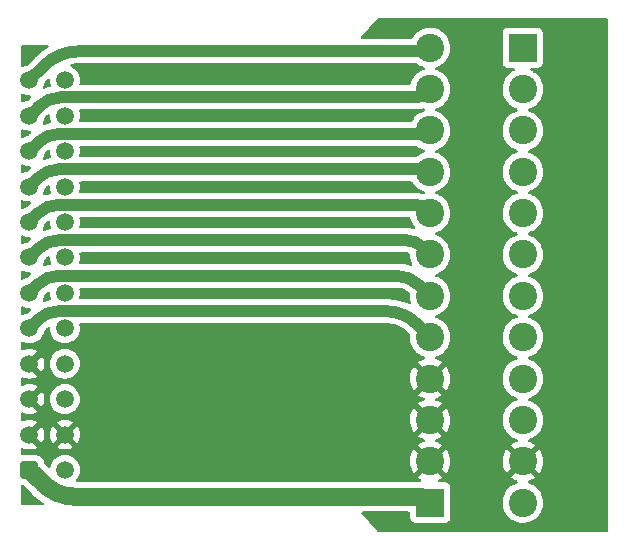
<source format=gbr>
%TF.GenerationSoftware,KiCad,Pcbnew,(6.0.0)*%
%TF.CreationDate,2022-04-26T02:16:27+02:00*%
%TF.ProjectId,Plug_Molex_microfit_3.0_To_Screew_v0.1,506c7567-5f4d-46f6-9c65-785f6d696372,rev?*%
%TF.SameCoordinates,Original*%
%TF.FileFunction,Copper,L2,Bot*%
%TF.FilePolarity,Positive*%
%FSLAX46Y46*%
G04 Gerber Fmt 4.6, Leading zero omitted, Abs format (unit mm)*
G04 Created by KiCad (PCBNEW (6.0.0)) date 2022-04-26 02:16:27*
%MOMM*%
%LPD*%
G01*
G04 APERTURE LIST*
G04 Aperture macros list*
%AMRoundRect*
0 Rectangle with rounded corners*
0 $1 Rounding radius*
0 $2 $3 $4 $5 $6 $7 $8 $9 X,Y pos of 4 corners*
0 Add a 4 corners polygon primitive as box body*
4,1,4,$2,$3,$4,$5,$6,$7,$8,$9,$2,$3,0*
0 Add four circle primitives for the rounded corners*
1,1,$1+$1,$2,$3*
1,1,$1+$1,$4,$5*
1,1,$1+$1,$6,$7*
1,1,$1+$1,$8,$9*
0 Add four rect primitives between the rounded corners*
20,1,$1+$1,$2,$3,$4,$5,0*
20,1,$1+$1,$4,$5,$6,$7,0*
20,1,$1+$1,$6,$7,$8,$9,0*
20,1,$1+$1,$8,$9,$2,$3,0*%
G04 Aperture macros list end*
%TA.AperFunction,ComponentPad*%
%ADD10RoundRect,0.250001X0.499999X-0.499999X0.499999X0.499999X-0.499999X0.499999X-0.499999X-0.499999X0*%
%TD*%
%TA.AperFunction,ComponentPad*%
%ADD11C,1.500000*%
%TD*%
%TA.AperFunction,ComponentPad*%
%ADD12R,2.400000X2.400000*%
%TD*%
%TA.AperFunction,ComponentPad*%
%ADD13C,2.400000*%
%TD*%
%TA.AperFunction,Conductor*%
%ADD14C,1.500000*%
%TD*%
%TA.AperFunction,Conductor*%
%ADD15C,1.000000*%
%TD*%
G04 APERTURE END LIST*
D10*
%TO.P,J2,1,Pin_1*%
%TO.N,+12v*%
X78235000Y-105495000D03*
D11*
%TO.P,J2,2,Pin_2*%
%TO.N,GND*%
X78235000Y-102495000D03*
%TO.P,J2,3,Pin_3*%
X78235000Y-99495000D03*
%TO.P,J2,4,Pin_4*%
X78235000Y-96495000D03*
%TO.P,J2,5,Pin_5*%
%TO.N,VVT*%
X78235000Y-93495000D03*
%TO.P,J2,6,Pin_6*%
%TO.N,IDLE1*%
X78235000Y-90495000D03*
%TO.P,J2,7,Pin_7*%
%TO.N,FP*%
X78235000Y-87495000D03*
%TO.P,J2,8,Pin_8*%
%TO.N,INJ1*%
X78235000Y-84495000D03*
%TO.P,J2,9,Pin_9*%
%TO.N,INJ2*%
X78235000Y-81495000D03*
%TO.P,J2,10,Pin_10*%
%TO.N,IDLE2*%
X78235000Y-78495000D03*
%TO.P,J2,11,Pin_11*%
%TO.N,ING1*%
X78235000Y-75495000D03*
%TO.P,J2,12,Pin_12*%
%TO.N,ING2*%
X78235000Y-72495000D03*
%TO.P,J2,13,Pin_13*%
%TO.N,Flaunch*%
X81235000Y-105495000D03*
%TO.P,J2,14,Pin_14*%
%TO.N,GND*%
X81235000Y-102495000D03*
%TO.P,J2,15,Pin_15*%
%TO.N,+5v*%
X81235000Y-99495000D03*
%TO.P,J2,16,Pin_16*%
%TO.N,O\u00B2*%
X81235000Y-96495000D03*
%TO.P,J2,17,Pin_17*%
%TO.N,TPS*%
X81235000Y-93495000D03*
%TO.P,J2,18,Pin_18*%
%TO.N,CLT*%
X81235000Y-90495000D03*
%TO.P,J2,19,Pin_19*%
%TO.N,IAT*%
X81235000Y-87495000D03*
%TO.P,J2,20,Pin_20*%
%TO.N,VR1+*%
X81235000Y-84495000D03*
%TO.P,J2,21,Pin_21*%
%TO.N,VR1-*%
X81235000Y-81495000D03*
%TO.P,J2,22,Pin_22*%
%TO.N,VR2+*%
X81235000Y-78495000D03*
%TO.P,J2,23,Pin_23*%
%TO.N,VR2-*%
X81235000Y-75495000D03*
%TO.P,J2,24,Pin_24*%
%TO.N,TACHO*%
X81235000Y-72495000D03*
%TD*%
D12*
%TO.P,J3,1,Pin_1*%
%TO.N,TACHO*%
X120000000Y-69750000D03*
D13*
%TO.P,J3,2,Pin_2*%
%TO.N,VR2-*%
X120000000Y-73250000D03*
%TO.P,J3,3,Pin_3*%
%TO.N,VR2+*%
X120000000Y-76750000D03*
%TO.P,J3,4,Pin_4*%
%TO.N,VR1-*%
X120000000Y-80250000D03*
%TO.P,J3,5,Pin_5*%
%TO.N,VR1+*%
X120000000Y-83750000D03*
%TO.P,J3,6,Pin_6*%
%TO.N,IAT*%
X120000000Y-87250000D03*
%TO.P,J3,7,Pin_7*%
%TO.N,CLT*%
X120000000Y-90750000D03*
%TO.P,J3,8,Pin_8*%
%TO.N,TPS*%
X120000000Y-94250000D03*
%TO.P,J3,9,Pin_9*%
%TO.N,O\u00B2*%
X120000000Y-97750000D03*
%TO.P,J3,10,Pin_10*%
%TO.N,+5v*%
X120000000Y-101250000D03*
%TO.P,J3,11,Pin_11*%
%TO.N,GND*%
X120000000Y-104750000D03*
%TO.P,J3,12,Pin_12*%
%TO.N,Flaunch*%
X120000000Y-108250000D03*
%TD*%
D12*
%TO.P,J1,1,Pin_1*%
%TO.N,+12v*%
X112150000Y-108250000D03*
D13*
%TO.P,J1,2,Pin_2*%
%TO.N,GND*%
X112150000Y-104750000D03*
%TO.P,J1,3,Pin_3*%
X112150000Y-101250000D03*
%TO.P,J1,4,Pin_4*%
X112150000Y-97750000D03*
%TO.P,J1,5,Pin_5*%
%TO.N,VVT*%
X112150000Y-94250000D03*
%TO.P,J1,6,Pin_6*%
%TO.N,IDLE1*%
X112150000Y-90750000D03*
%TO.P,J1,7,Pin_7*%
%TO.N,FP*%
X112150000Y-87250000D03*
%TO.P,J1,8,Pin_8*%
%TO.N,INJ1*%
X112150000Y-83750000D03*
%TO.P,J1,9,Pin_9*%
%TO.N,INJ2*%
X112150000Y-80250000D03*
%TO.P,J1,10,Pin_10*%
%TO.N,IDLE2*%
X112150000Y-76750000D03*
%TO.P,J1,11,Pin_11*%
%TO.N,ING1*%
X112150000Y-73250000D03*
%TO.P,J1,12,Pin_12*%
%TO.N,ING2*%
X112150000Y-69750000D03*
%TD*%
D14*
%TO.N,+12v*%
X79362500Y-106622500D02*
X78235000Y-105495000D01*
X111900000Y-108000000D02*
X112150000Y-108250000D01*
X111296446Y-107750000D02*
X82084525Y-107750000D01*
X111296446Y-107750000D02*
G75*
G02*
X111900000Y-108000000I4J-853545D01*
G01*
X82084525Y-107749999D02*
G75*
G02*
X79362501Y-106622499I0J3849523D01*
G01*
D15*
%TO.N,VVT*%
X78959755Y-92770244D02*
X78235000Y-93495000D01*
X80709470Y-92045489D02*
X108386664Y-92045489D01*
X111047744Y-93147744D02*
X112150000Y-94250000D01*
X108386664Y-92045489D02*
G75*
G02*
X111047744Y-93147744I3J-3763328D01*
G01*
X78959755Y-92770244D02*
G75*
G02*
X80709470Y-92045489I1749711J-1749709D01*
G01*
%TO.N,FP*%
X110093771Y-86045489D02*
X80709470Y-86045489D01*
X78959755Y-86770244D02*
X78235000Y-87495000D01*
X111547744Y-86647744D02*
X112150000Y-87250000D01*
X110093771Y-86045490D02*
G75*
G02*
X111547743Y-86647745I4J-2056219D01*
G01*
X78959755Y-86770244D02*
G75*
G02*
X80709470Y-86045489I1749711J-1749709D01*
G01*
%TO.N,INJ1*%
X80709470Y-83045489D02*
X110947324Y-83045489D01*
X111797744Y-83397744D02*
X112150000Y-83750000D01*
X78959755Y-83770244D02*
X78235000Y-84495000D01*
X110947324Y-83045490D02*
G75*
G02*
X111797743Y-83397745I1J-1202674D01*
G01*
X78959755Y-83770244D02*
G75*
G02*
X80709470Y-83045489I1749711J-1749709D01*
G01*
%TO.N,INJ2*%
X112047744Y-80147744D02*
X112150000Y-80250000D01*
X78959755Y-80770244D02*
X78235000Y-81495000D01*
X111800877Y-80045489D02*
X80709470Y-80045489D01*
X111800877Y-80045489D02*
G75*
G02*
X112047744Y-80147744I0J-349124D01*
G01*
X78959755Y-80770244D02*
G75*
G02*
X80709470Y-80045489I1749711J-1749709D01*
G01*
%TO.N,ING1*%
X110955025Y-73950000D02*
X80872479Y-73950000D01*
X79007500Y-74722500D02*
X78235000Y-75495000D01*
X111800000Y-73600000D02*
X112150000Y-73250000D01*
X79007500Y-74722500D02*
G75*
G02*
X80872479Y-73950000I1864977J-1864973D01*
G01*
X110955025Y-73950000D02*
G75*
G03*
X111800000Y-73600000I-5J1194987D01*
G01*
%TO.N,ING2*%
X82408876Y-70050000D02*
X111637867Y-70050000D01*
X112000000Y-69900000D02*
X112150000Y-69750000D01*
X79457500Y-71272500D02*
X78235000Y-72495000D01*
X79457500Y-71272500D02*
G75*
G02*
X82408876Y-70050000I2951373J-2951368D01*
G01*
X111637867Y-70049999D02*
G75*
G03*
X111999999Y-69899999I-1J512136D01*
G01*
%TO.N,IDLE1*%
X78959755Y-89770244D02*
X78235000Y-90495000D01*
X111297744Y-89897744D02*
X112150000Y-90750000D01*
X109240217Y-89045489D02*
X80709470Y-89045489D01*
X78959755Y-89770244D02*
G75*
G02*
X80709470Y-89045489I1749711J-1749709D01*
G01*
X109240217Y-89045490D02*
G75*
G02*
X111297743Y-89897745I3J-2909776D01*
G01*
%TO.N,IDLE2*%
X80709470Y-77045489D02*
X111645568Y-77045489D01*
X78959755Y-77770244D02*
X78235000Y-78495000D01*
X112002255Y-76897744D02*
X112150000Y-76750000D01*
X111645568Y-77045489D02*
G75*
G03*
X112002255Y-76897744I-3J504437D01*
G01*
X78959755Y-77770244D02*
G75*
G02*
X80709470Y-77045489I1749711J-1749709D01*
G01*
%TD*%
%TA.AperFunction,Conductor*%
%TO.N,GND*%
G36*
X127184121Y-67278002D02*
G01*
X127230614Y-67331658D01*
X127242000Y-67384000D01*
X127242000Y-110616000D01*
X127221998Y-110684121D01*
X127168342Y-110730614D01*
X127116000Y-110742000D01*
X107784709Y-110742000D01*
X107716588Y-110721998D01*
X107690535Y-110699710D01*
X106373646Y-109218210D01*
X106343339Y-109154007D01*
X106352554Y-109083611D01*
X106398364Y-109029372D01*
X106467820Y-109008500D01*
X110315500Y-109008500D01*
X110383621Y-109028502D01*
X110430114Y-109082158D01*
X110441500Y-109134500D01*
X110441500Y-109498134D01*
X110448255Y-109560316D01*
X110499385Y-109696705D01*
X110586739Y-109813261D01*
X110703295Y-109900615D01*
X110839684Y-109951745D01*
X110901866Y-109958500D01*
X113398134Y-109958500D01*
X113460316Y-109951745D01*
X113596705Y-109900615D01*
X113713261Y-109813261D01*
X113800615Y-109696705D01*
X113851745Y-109560316D01*
X113858500Y-109498134D01*
X113858500Y-108205151D01*
X118287296Y-108205151D01*
X118287520Y-108209817D01*
X118287520Y-108209822D01*
X118289889Y-108259141D01*
X118299480Y-108458798D01*
X118349021Y-108707857D01*
X118350600Y-108712255D01*
X118350602Y-108712262D01*
X118395022Y-108835980D01*
X118434831Y-108946858D01*
X118437048Y-108950984D01*
X118546136Y-109154007D01*
X118555025Y-109170551D01*
X118557820Y-109174294D01*
X118557822Y-109174297D01*
X118704171Y-109370282D01*
X118704176Y-109370288D01*
X118706963Y-109374020D01*
X118710272Y-109377300D01*
X118710277Y-109377306D01*
X118883990Y-109549509D01*
X118887307Y-109552797D01*
X118891069Y-109555555D01*
X118891072Y-109555558D01*
X118996764Y-109633054D01*
X119092094Y-109702953D01*
X119096229Y-109705129D01*
X119096233Y-109705131D01*
X119214289Y-109767243D01*
X119316827Y-109821191D01*
X119556568Y-109904912D01*
X119806050Y-109952278D01*
X119926532Y-109957011D01*
X120055125Y-109962064D01*
X120055130Y-109962064D01*
X120059793Y-109962247D01*
X120158774Y-109951407D01*
X120307569Y-109935112D01*
X120307575Y-109935111D01*
X120312222Y-109934602D01*
X120421680Y-109905784D01*
X120553273Y-109871138D01*
X120557793Y-109869948D01*
X120706449Y-109806081D01*
X120786807Y-109771557D01*
X120786810Y-109771555D01*
X120791110Y-109769708D01*
X120795090Y-109767245D01*
X120795094Y-109767243D01*
X121003064Y-109638547D01*
X121003066Y-109638545D01*
X121007047Y-109636082D01*
X121105826Y-109552460D01*
X121197289Y-109475031D01*
X121197291Y-109475029D01*
X121200862Y-109472006D01*
X121368295Y-109281084D01*
X121371238Y-109276510D01*
X121503141Y-109071442D01*
X121505669Y-109067512D01*
X121609967Y-108835980D01*
X121678896Y-108591575D01*
X121695788Y-108458798D01*
X121710545Y-108342798D01*
X121710545Y-108342792D01*
X121710943Y-108339667D01*
X121713291Y-108250000D01*
X121697399Y-108036141D01*
X121694818Y-108001411D01*
X121694817Y-108001407D01*
X121694472Y-107996759D01*
X121638428Y-107749082D01*
X121546391Y-107512409D01*
X121524174Y-107473537D01*
X121422702Y-107295997D01*
X121422700Y-107295995D01*
X121420383Y-107291940D01*
X121263171Y-107092517D01*
X121078209Y-106918523D01*
X121015435Y-106874975D01*
X120873393Y-106776437D01*
X120873390Y-106776435D01*
X120869561Y-106773779D01*
X120865384Y-106771719D01*
X120865377Y-106771715D01*
X120645996Y-106663528D01*
X120645992Y-106663527D01*
X120641810Y-106661464D01*
X120515148Y-106620919D01*
X120515014Y-106620876D01*
X120456234Y-106581058D01*
X120428312Y-106515783D01*
X120440113Y-106445774D01*
X120487891Y-106393259D01*
X120521349Y-106379026D01*
X120553101Y-106370667D01*
X120561926Y-106367628D01*
X120786584Y-106271107D01*
X120794856Y-106266800D01*
X121002777Y-106138135D01*
X121004620Y-106136796D01*
X121012038Y-106125541D01*
X121005974Y-106115184D01*
X120012812Y-105122022D01*
X119998868Y-105114408D01*
X119997035Y-105114539D01*
X119990420Y-105118790D01*
X118998044Y-106111166D01*
X118991386Y-106123359D01*
X119000099Y-106134879D01*
X119088586Y-106199760D01*
X119096505Y-106204708D01*
X119312877Y-106318547D01*
X119321451Y-106322275D01*
X119489608Y-106380998D01*
X119547326Y-106422340D01*
X119573529Y-106488324D01*
X119559900Y-106558000D01*
X119510764Y-106609247D01*
X119483324Y-106620919D01*
X119399993Y-106645208D01*
X119169380Y-106751522D01*
X119165471Y-106754085D01*
X118960928Y-106888189D01*
X118960923Y-106888193D01*
X118957015Y-106890755D01*
X118767562Y-107059848D01*
X118605183Y-107255087D01*
X118473447Y-107472182D01*
X118471638Y-107476496D01*
X118471637Y-107476498D01*
X118456926Y-107511581D01*
X118375246Y-107706365D01*
X118312738Y-107952490D01*
X118287296Y-108205151D01*
X113858500Y-108205151D01*
X113858500Y-107001866D01*
X113851745Y-106939684D01*
X113800615Y-106803295D01*
X113713261Y-106686739D01*
X113596705Y-106599385D01*
X113460316Y-106548255D01*
X113398134Y-106541500D01*
X112919696Y-106541500D01*
X112851575Y-106521498D01*
X112805082Y-106467842D01*
X112794978Y-106397568D01*
X112824472Y-106332988D01*
X112869958Y-106299733D01*
X112936573Y-106271113D01*
X112944856Y-106266800D01*
X113152777Y-106138135D01*
X113154620Y-106136796D01*
X113162038Y-106125541D01*
X113155974Y-106115184D01*
X112162812Y-105122022D01*
X112148868Y-105114408D01*
X112147035Y-105114539D01*
X112140420Y-105118790D01*
X111148044Y-106111166D01*
X111141386Y-106123359D01*
X111150099Y-106134879D01*
X111238586Y-106199760D01*
X111246505Y-106204708D01*
X111333688Y-106250577D01*
X111384661Y-106299996D01*
X111400824Y-106369129D01*
X111377045Y-106436025D01*
X111320874Y-106479445D01*
X111286003Y-106487605D01*
X111246972Y-106491020D01*
X111235990Y-106491500D01*
X82315631Y-106491500D01*
X82247510Y-106471498D01*
X82201017Y-106417842D01*
X82190913Y-106347568D01*
X82212418Y-106293229D01*
X82321016Y-106138135D01*
X82329056Y-106126653D01*
X82331379Y-106121671D01*
X82331382Y-106121666D01*
X82419795Y-105932061D01*
X82422120Y-105927076D01*
X82479115Y-105714371D01*
X82498307Y-105495000D01*
X82479115Y-105275629D01*
X82422120Y-105062924D01*
X82361353Y-104932609D01*
X82331382Y-104868334D01*
X82331379Y-104868329D01*
X82329056Y-104863347D01*
X82256398Y-104759580D01*
X82221566Y-104709835D01*
X110438022Y-104709835D01*
X110449754Y-104954064D01*
X110450891Y-104963324D01*
X110498593Y-105203143D01*
X110501082Y-105212118D01*
X110583708Y-105442250D01*
X110587505Y-105450778D01*
X110703234Y-105666160D01*
X110708245Y-105674027D01*
X110765173Y-105750263D01*
X110776431Y-105758712D01*
X110788850Y-105751940D01*
X111777978Y-104762812D01*
X111784356Y-104751132D01*
X112514408Y-104751132D01*
X112514539Y-104752965D01*
X112518790Y-104759580D01*
X113513732Y-105754522D01*
X113526112Y-105761282D01*
X113534453Y-105755038D01*
X113652700Y-105571202D01*
X113657147Y-105563011D01*
X113757572Y-105340076D01*
X113760767Y-105331298D01*
X113827135Y-105095973D01*
X113828993Y-105086844D01*
X113860044Y-104842770D01*
X113860525Y-104836483D01*
X113862706Y-104753160D01*
X113862555Y-104746851D01*
X113859804Y-104709835D01*
X118288022Y-104709835D01*
X118299754Y-104954064D01*
X118300891Y-104963324D01*
X118348593Y-105203143D01*
X118351082Y-105212118D01*
X118433708Y-105442250D01*
X118437505Y-105450778D01*
X118553234Y-105666160D01*
X118558245Y-105674027D01*
X118615173Y-105750263D01*
X118626431Y-105758712D01*
X118638850Y-105751940D01*
X119627978Y-104762812D01*
X119634356Y-104751132D01*
X120364408Y-104751132D01*
X120364539Y-104752965D01*
X120368790Y-104759580D01*
X121363732Y-105754522D01*
X121376112Y-105761282D01*
X121384453Y-105755038D01*
X121502700Y-105571202D01*
X121507147Y-105563011D01*
X121607572Y-105340076D01*
X121610767Y-105331298D01*
X121677135Y-105095973D01*
X121678993Y-105086844D01*
X121710044Y-104842770D01*
X121710525Y-104836483D01*
X121712706Y-104753160D01*
X121712555Y-104746851D01*
X121694321Y-104501486D01*
X121692944Y-104492280D01*
X121638979Y-104253786D01*
X121636255Y-104244875D01*
X121547633Y-104016983D01*
X121543619Y-104008567D01*
X121422284Y-103796276D01*
X121417074Y-103788553D01*
X121385787Y-103748865D01*
X121373863Y-103740395D01*
X121362328Y-103746882D01*
X120372022Y-104737188D01*
X120364408Y-104751132D01*
X119634356Y-104751132D01*
X119635592Y-104748868D01*
X119635461Y-104747035D01*
X119631210Y-104740420D01*
X118636828Y-103746038D01*
X118623520Y-103738771D01*
X118613481Y-103745893D01*
X118608581Y-103751784D01*
X118603168Y-103759373D01*
X118476322Y-103968409D01*
X118472084Y-103976726D01*
X118377529Y-104202214D01*
X118374572Y-104211052D01*
X118314384Y-104448042D01*
X118312763Y-104457232D01*
X118288267Y-104700510D01*
X118288022Y-104709835D01*
X113859804Y-104709835D01*
X113844321Y-104501486D01*
X113842944Y-104492280D01*
X113788979Y-104253786D01*
X113786255Y-104244875D01*
X113697633Y-104016983D01*
X113693619Y-104008567D01*
X113572284Y-103796276D01*
X113567074Y-103788553D01*
X113535787Y-103748865D01*
X113523863Y-103740395D01*
X113512328Y-103746882D01*
X112522022Y-104737188D01*
X112514408Y-104751132D01*
X111784356Y-104751132D01*
X111785592Y-104748868D01*
X111785461Y-104747035D01*
X111781210Y-104740420D01*
X110786828Y-103746038D01*
X110773520Y-103738771D01*
X110763481Y-103745893D01*
X110758581Y-103751784D01*
X110753168Y-103759373D01*
X110626322Y-103968409D01*
X110622084Y-103976726D01*
X110527529Y-104202214D01*
X110524572Y-104211052D01*
X110464384Y-104448042D01*
X110462763Y-104457232D01*
X110438267Y-104700510D01*
X110438022Y-104709835D01*
X82221566Y-104709835D01*
X82205908Y-104687473D01*
X82205906Y-104687470D01*
X82202749Y-104682962D01*
X82047038Y-104527251D01*
X81866654Y-104400944D01*
X81667076Y-104307880D01*
X81454371Y-104250885D01*
X81235000Y-104231693D01*
X81015629Y-104250885D01*
X80802924Y-104307880D01*
X80709562Y-104351415D01*
X80608334Y-104398618D01*
X80608329Y-104398621D01*
X80603347Y-104400944D01*
X80598840Y-104404100D01*
X80598838Y-104404101D01*
X80427473Y-104524092D01*
X80427470Y-104524094D01*
X80422962Y-104527251D01*
X80267251Y-104682962D01*
X80264094Y-104687470D01*
X80264092Y-104687473D01*
X80213602Y-104759580D01*
X80140944Y-104863347D01*
X80138621Y-104868329D01*
X80138618Y-104868334D01*
X80108647Y-104932609D01*
X80047880Y-105062924D01*
X80032045Y-105122022D01*
X80006062Y-105218989D01*
X79969110Y-105279611D01*
X79905249Y-105310633D01*
X79834755Y-105302204D01*
X79795260Y-105275472D01*
X79528488Y-105008700D01*
X79494462Y-104946388D01*
X79492256Y-104932609D01*
X79483238Y-104845693D01*
X79483237Y-104845689D01*
X79482526Y-104838835D01*
X79464006Y-104783322D01*
X79432027Y-104687473D01*
X79426550Y-104671055D01*
X79333478Y-104520652D01*
X79208303Y-104395695D01*
X79191913Y-104385592D01*
X79063968Y-104306725D01*
X79063966Y-104306724D01*
X79057738Y-104302885D01*
X78961927Y-104271106D01*
X78896389Y-104249368D01*
X78896387Y-104249368D01*
X78889861Y-104247203D01*
X78883025Y-104246503D01*
X78883022Y-104246502D01*
X78839969Y-104242091D01*
X78785400Y-104236500D01*
X78348138Y-104236500D01*
X78338711Y-104235733D01*
X78338682Y-104236124D01*
X78333079Y-104235713D01*
X78327543Y-104234806D01*
X78321930Y-104234894D01*
X78321928Y-104234894D01*
X78220736Y-104236484D01*
X78218757Y-104236500D01*
X77684600Y-104236500D01*
X77681354Y-104236837D01*
X77681350Y-104236837D01*
X77658051Y-104239255D01*
X77647004Y-104240401D01*
X77577183Y-104227536D01*
X77525401Y-104178966D01*
X77508000Y-104115074D01*
X77508000Y-103741824D01*
X77528002Y-103673703D01*
X77581658Y-103627210D01*
X77651932Y-103617106D01*
X77687250Y-103627629D01*
X77798113Y-103679326D01*
X77808405Y-103683072D01*
X78010401Y-103737196D01*
X78021196Y-103739099D01*
X78229525Y-103757326D01*
X78240475Y-103757326D01*
X78448804Y-103739099D01*
X78459599Y-103737196D01*
X78661595Y-103683072D01*
X78671887Y-103679326D01*
X78861416Y-103590947D01*
X78870912Y-103585464D01*
X78912148Y-103556590D01*
X78920523Y-103546113D01*
X78920023Y-103545161D01*
X80549393Y-103545161D01*
X80558687Y-103557175D01*
X80599088Y-103585464D01*
X80608584Y-103590947D01*
X80798113Y-103679326D01*
X80808405Y-103683072D01*
X81010401Y-103737196D01*
X81021196Y-103739099D01*
X81229525Y-103757326D01*
X81240475Y-103757326D01*
X81448804Y-103739099D01*
X81459599Y-103737196D01*
X81661595Y-103683072D01*
X81671887Y-103679326D01*
X81861416Y-103590947D01*
X81870912Y-103585464D01*
X81912148Y-103556590D01*
X81920523Y-103546112D01*
X81913457Y-103532668D01*
X81755706Y-103374917D01*
X111139330Y-103374917D01*
X111143903Y-103384693D01*
X112137188Y-104377978D01*
X112151132Y-104385592D01*
X112152965Y-104385461D01*
X112159580Y-104381210D01*
X113152488Y-103388302D01*
X113158872Y-103376612D01*
X113149460Y-103364502D01*
X113023144Y-103276873D01*
X113015116Y-103272145D01*
X112795810Y-103163995D01*
X112787177Y-103160507D01*
X112664113Y-103121114D01*
X112605333Y-103081296D01*
X112577411Y-103016021D01*
X112589212Y-102946012D01*
X112636990Y-102893497D01*
X112670445Y-102879264D01*
X112703110Y-102870664D01*
X112711926Y-102867628D01*
X112936584Y-102771107D01*
X112944856Y-102766800D01*
X113152777Y-102638135D01*
X113154620Y-102636796D01*
X113162038Y-102625541D01*
X113155974Y-102615184D01*
X112162812Y-101622022D01*
X112148868Y-101614408D01*
X112147035Y-101614539D01*
X112140420Y-101618790D01*
X111148044Y-102611166D01*
X111141386Y-102623359D01*
X111150099Y-102634879D01*
X111238586Y-102699760D01*
X111246505Y-102704708D01*
X111462877Y-102818547D01*
X111471451Y-102822275D01*
X111640422Y-102881282D01*
X111698139Y-102922624D01*
X111724343Y-102988608D01*
X111710714Y-103058284D01*
X111661578Y-103109531D01*
X111634139Y-103121203D01*
X111554668Y-103144367D01*
X111545915Y-103147639D01*
X111323869Y-103250004D01*
X111315714Y-103254524D01*
X111148468Y-103364175D01*
X111139330Y-103374917D01*
X81755706Y-103374917D01*
X81247811Y-102867021D01*
X81233868Y-102859408D01*
X81232034Y-102859539D01*
X81225420Y-102863790D01*
X80555820Y-103533391D01*
X80549393Y-103545161D01*
X78920023Y-103545161D01*
X78913455Y-103532667D01*
X77964884Y-102584095D01*
X77930859Y-102521783D01*
X77932694Y-102496132D01*
X78599408Y-102496132D01*
X78599539Y-102497966D01*
X78603790Y-102504580D01*
X79273391Y-103174180D01*
X79285161Y-103180607D01*
X79297176Y-103171311D01*
X79325466Y-103130907D01*
X79330946Y-103121417D01*
X79419326Y-102931887D01*
X79423072Y-102921595D01*
X79477196Y-102719599D01*
X79479099Y-102708804D01*
X79497326Y-102500475D01*
X79972674Y-102500475D01*
X79990901Y-102708804D01*
X79992804Y-102719599D01*
X80046928Y-102921595D01*
X80050674Y-102931887D01*
X80139054Y-103121417D01*
X80144534Y-103130907D01*
X80173411Y-103172149D01*
X80183887Y-103180523D01*
X80197334Y-103173455D01*
X80862979Y-102507811D01*
X80869356Y-102496132D01*
X81599408Y-102496132D01*
X81599539Y-102497966D01*
X81603790Y-102504580D01*
X82273391Y-103174180D01*
X82285161Y-103180607D01*
X82297176Y-103171311D01*
X82325466Y-103130907D01*
X82330946Y-103121417D01*
X82419326Y-102931887D01*
X82423072Y-102921595D01*
X82477196Y-102719599D01*
X82479099Y-102708804D01*
X82497326Y-102500475D01*
X82497326Y-102489525D01*
X82479099Y-102281196D01*
X82477196Y-102270401D01*
X82423072Y-102068405D01*
X82419326Y-102058113D01*
X82330946Y-101868583D01*
X82325466Y-101859093D01*
X82296589Y-101817851D01*
X82286113Y-101809477D01*
X82272666Y-101816545D01*
X81607021Y-102482189D01*
X81599408Y-102496132D01*
X80869356Y-102496132D01*
X80870592Y-102493868D01*
X80870461Y-102492034D01*
X80866210Y-102485420D01*
X80196609Y-101815820D01*
X80184839Y-101809393D01*
X80172824Y-101818689D01*
X80144534Y-101859093D01*
X80139054Y-101868583D01*
X80050674Y-102058113D01*
X80046928Y-102068405D01*
X79992804Y-102270401D01*
X79990901Y-102281196D01*
X79972674Y-102489525D01*
X79972674Y-102500475D01*
X79497326Y-102500475D01*
X79497326Y-102489525D01*
X79479099Y-102281196D01*
X79477196Y-102270401D01*
X79423072Y-102068405D01*
X79419326Y-102058113D01*
X79330946Y-101868583D01*
X79325466Y-101859093D01*
X79296589Y-101817851D01*
X79286113Y-101809477D01*
X79272666Y-101816545D01*
X78607021Y-102482189D01*
X78599408Y-102496132D01*
X77932694Y-102496132D01*
X77935924Y-102450967D01*
X77964885Y-102405905D01*
X78235000Y-102135790D01*
X78914176Y-101456613D01*
X78920606Y-101444838D01*
X78919870Y-101443887D01*
X80549477Y-101443887D01*
X80556545Y-101457334D01*
X81222189Y-102122979D01*
X81236132Y-102130592D01*
X81237966Y-102130461D01*
X81244580Y-102126210D01*
X81914180Y-101456609D01*
X81920607Y-101444839D01*
X81911313Y-101432825D01*
X81870912Y-101404536D01*
X81861416Y-101399053D01*
X81671887Y-101310674D01*
X81661595Y-101306928D01*
X81459599Y-101252804D01*
X81448804Y-101250901D01*
X81240475Y-101232674D01*
X81229525Y-101232674D01*
X81021196Y-101250901D01*
X81010401Y-101252804D01*
X80808405Y-101306928D01*
X80798113Y-101310674D01*
X80608583Y-101399054D01*
X80599093Y-101404534D01*
X80557851Y-101433411D01*
X80549477Y-101443887D01*
X78919870Y-101443887D01*
X78911310Y-101432824D01*
X78870912Y-101404536D01*
X78861416Y-101399053D01*
X78671887Y-101310674D01*
X78661595Y-101306928D01*
X78459599Y-101252804D01*
X78448804Y-101250901D01*
X78240475Y-101232674D01*
X78229525Y-101232674D01*
X78021196Y-101250901D01*
X78010401Y-101252804D01*
X77808405Y-101306928D01*
X77798113Y-101310674D01*
X77687250Y-101362371D01*
X77617059Y-101373032D01*
X77552246Y-101344052D01*
X77513389Y-101284633D01*
X77508000Y-101248176D01*
X77508000Y-101209835D01*
X110438022Y-101209835D01*
X110449754Y-101454064D01*
X110450891Y-101463324D01*
X110498593Y-101703143D01*
X110501082Y-101712118D01*
X110583708Y-101942250D01*
X110587505Y-101950778D01*
X110703234Y-102166160D01*
X110708245Y-102174027D01*
X110765173Y-102250263D01*
X110776431Y-102258712D01*
X110788850Y-102251940D01*
X111777978Y-101262812D01*
X111784356Y-101251132D01*
X112514408Y-101251132D01*
X112514539Y-101252965D01*
X112518790Y-101259580D01*
X113513732Y-102254522D01*
X113526112Y-102261282D01*
X113534453Y-102255038D01*
X113652700Y-102071202D01*
X113657147Y-102063011D01*
X113757572Y-101840076D01*
X113760767Y-101831298D01*
X113827135Y-101595973D01*
X113828993Y-101586844D01*
X113860044Y-101342770D01*
X113860525Y-101336483D01*
X113862706Y-101253160D01*
X113862555Y-101246851D01*
X113859456Y-101205151D01*
X118287296Y-101205151D01*
X118287520Y-101209817D01*
X118287520Y-101209822D01*
X118290066Y-101262812D01*
X118299480Y-101458798D01*
X118349021Y-101707857D01*
X118350600Y-101712255D01*
X118350602Y-101712262D01*
X118395022Y-101835980D01*
X118434831Y-101946858D01*
X118437048Y-101950984D01*
X118552666Y-102166160D01*
X118555025Y-102170551D01*
X118557820Y-102174294D01*
X118557822Y-102174297D01*
X118704171Y-102370282D01*
X118704176Y-102370288D01*
X118706963Y-102374020D01*
X118710272Y-102377300D01*
X118710277Y-102377306D01*
X118856021Y-102521783D01*
X118887307Y-102552797D01*
X118891069Y-102555555D01*
X118891072Y-102555558D01*
X118929992Y-102584095D01*
X119092094Y-102702953D01*
X119096229Y-102705129D01*
X119096233Y-102705131D01*
X119213447Y-102766800D01*
X119316827Y-102821191D01*
X119426264Y-102859408D01*
X119489594Y-102881524D01*
X119547312Y-102922866D01*
X119573515Y-102988850D01*
X119559886Y-103058526D01*
X119510750Y-103109773D01*
X119483311Y-103121446D01*
X119404655Y-103144371D01*
X119395915Y-103147639D01*
X119173869Y-103250004D01*
X119165714Y-103254524D01*
X118998468Y-103364175D01*
X118989330Y-103374917D01*
X118993903Y-103384693D01*
X119987188Y-104377978D01*
X120001132Y-104385592D01*
X120002965Y-104385461D01*
X120009580Y-104381210D01*
X121002488Y-103388302D01*
X121008872Y-103376612D01*
X120999460Y-103364502D01*
X120873144Y-103276873D01*
X120865116Y-103272145D01*
X120645810Y-103163995D01*
X120637180Y-103160508D01*
X120514999Y-103121397D01*
X120456220Y-103081579D01*
X120428298Y-103016303D01*
X120440100Y-102946294D01*
X120487877Y-102893779D01*
X120521334Y-102879547D01*
X120553270Y-102871139D01*
X120553272Y-102871138D01*
X120557793Y-102869948D01*
X120677433Y-102818547D01*
X120786807Y-102771557D01*
X120786810Y-102771555D01*
X120791110Y-102769708D01*
X120795090Y-102767245D01*
X120795094Y-102767243D01*
X121003064Y-102638547D01*
X121003066Y-102638545D01*
X121007047Y-102636082D01*
X121105428Y-102552797D01*
X121197289Y-102475031D01*
X121197291Y-102475029D01*
X121200862Y-102472006D01*
X121368295Y-102281084D01*
X121382686Y-102258712D01*
X121503141Y-102071442D01*
X121505669Y-102067512D01*
X121609967Y-101835980D01*
X121611288Y-101831298D01*
X121618594Y-101805389D01*
X121678896Y-101591575D01*
X121695974Y-101457334D01*
X121710545Y-101342798D01*
X121710545Y-101342792D01*
X121710943Y-101339667D01*
X121711027Y-101336483D01*
X121712384Y-101284633D01*
X121713291Y-101250000D01*
X121709612Y-101200497D01*
X121694818Y-101001411D01*
X121694817Y-101001407D01*
X121694472Y-100996759D01*
X121683449Y-100948042D01*
X121639459Y-100753639D01*
X121638428Y-100749082D01*
X121611484Y-100679795D01*
X121548084Y-100516762D01*
X121548083Y-100516760D01*
X121546391Y-100512409D01*
X121525866Y-100476498D01*
X121422702Y-100295997D01*
X121422700Y-100295995D01*
X121420383Y-100291940D01*
X121263171Y-100092517D01*
X121179625Y-100013925D01*
X121081610Y-99921722D01*
X121081608Y-99921720D01*
X121078209Y-99918523D01*
X121029443Y-99884693D01*
X120873393Y-99776437D01*
X120873390Y-99776435D01*
X120869561Y-99773779D01*
X120865384Y-99771719D01*
X120865377Y-99771715D01*
X120645996Y-99663528D01*
X120645992Y-99663527D01*
X120641810Y-99661464D01*
X120515901Y-99621160D01*
X120457121Y-99581342D01*
X120429199Y-99516067D01*
X120441000Y-99446058D01*
X120488778Y-99393543D01*
X120522234Y-99379310D01*
X120523929Y-99378864D01*
X120557793Y-99369948D01*
X120764371Y-99281196D01*
X120786807Y-99271557D01*
X120786810Y-99271555D01*
X120791110Y-99269708D01*
X120795090Y-99267245D01*
X120795094Y-99267243D01*
X121003064Y-99138547D01*
X121003066Y-99138545D01*
X121007047Y-99136082D01*
X121086991Y-99068405D01*
X121197289Y-98975031D01*
X121197291Y-98975029D01*
X121200862Y-98972006D01*
X121368295Y-98781084D01*
X121382686Y-98758712D01*
X121503141Y-98571442D01*
X121505669Y-98567512D01*
X121609967Y-98335980D01*
X121611288Y-98331298D01*
X121644859Y-98212262D01*
X121678896Y-98091575D01*
X121710943Y-97839667D01*
X121711027Y-97836483D01*
X121712264Y-97789233D01*
X121713291Y-97750000D01*
X121701504Y-97591381D01*
X121694818Y-97501411D01*
X121694817Y-97501407D01*
X121694472Y-97496759D01*
X121686777Y-97462749D01*
X121639459Y-97253639D01*
X121638428Y-97249082D01*
X121608185Y-97171311D01*
X121548084Y-97016762D01*
X121548083Y-97016760D01*
X121546391Y-97012409D01*
X121525866Y-96976498D01*
X121422702Y-96795997D01*
X121422700Y-96795995D01*
X121420383Y-96791940D01*
X121263171Y-96592517D01*
X121078209Y-96418523D01*
X121029443Y-96384693D01*
X120873393Y-96276437D01*
X120873390Y-96276435D01*
X120869561Y-96273779D01*
X120865384Y-96271719D01*
X120865377Y-96271715D01*
X120645996Y-96163528D01*
X120645992Y-96163527D01*
X120641810Y-96161464D01*
X120515901Y-96121160D01*
X120457121Y-96081342D01*
X120429199Y-96016067D01*
X120441000Y-95946058D01*
X120488778Y-95893543D01*
X120522234Y-95879310D01*
X120523929Y-95878864D01*
X120557793Y-95869948D01*
X120698544Y-95809477D01*
X120786807Y-95771557D01*
X120786810Y-95771555D01*
X120791110Y-95769708D01*
X120795090Y-95767245D01*
X120795094Y-95767243D01*
X121003064Y-95638547D01*
X121003066Y-95638545D01*
X121007047Y-95636082D01*
X121105428Y-95552797D01*
X121197289Y-95475031D01*
X121197291Y-95475029D01*
X121200862Y-95472006D01*
X121368295Y-95281084D01*
X121386486Y-95252804D01*
X121503141Y-95071442D01*
X121505669Y-95067512D01*
X121609967Y-94835980D01*
X121678896Y-94591575D01*
X121710943Y-94339667D01*
X121711696Y-94310935D01*
X121713208Y-94253160D01*
X121713291Y-94250000D01*
X121694472Y-93996759D01*
X121679833Y-93932061D01*
X121639459Y-93753639D01*
X121638428Y-93749082D01*
X121546391Y-93512409D01*
X121539570Y-93500475D01*
X121422702Y-93295997D01*
X121422700Y-93295995D01*
X121420383Y-93291940D01*
X121263171Y-93092517D01*
X121078209Y-92918523D01*
X121034483Y-92888189D01*
X120873393Y-92776437D01*
X120873390Y-92776435D01*
X120869561Y-92773779D01*
X120865384Y-92771719D01*
X120865377Y-92771715D01*
X120645996Y-92663528D01*
X120645992Y-92663527D01*
X120641810Y-92661464D01*
X120515901Y-92621160D01*
X120457121Y-92581342D01*
X120429199Y-92516067D01*
X120441000Y-92446058D01*
X120488778Y-92393543D01*
X120522234Y-92379310D01*
X120523929Y-92378864D01*
X120557793Y-92369948D01*
X120696852Y-92310204D01*
X120786807Y-92271557D01*
X120786810Y-92271555D01*
X120791110Y-92269708D01*
X120795090Y-92267245D01*
X120795094Y-92267243D01*
X121003064Y-92138547D01*
X121003066Y-92138545D01*
X121007047Y-92136082D01*
X121064359Y-92087564D01*
X121197289Y-91975031D01*
X121197291Y-91975029D01*
X121200862Y-91972006D01*
X121368295Y-91781084D01*
X121394983Y-91739594D01*
X121503141Y-91571442D01*
X121505669Y-91567512D01*
X121609967Y-91335980D01*
X121678896Y-91091575D01*
X121699823Y-90927076D01*
X121710545Y-90842798D01*
X121710545Y-90842792D01*
X121710943Y-90839667D01*
X121713291Y-90750000D01*
X121699496Y-90564360D01*
X121694818Y-90501411D01*
X121694817Y-90501407D01*
X121694472Y-90496759D01*
X121693404Y-90492036D01*
X121639459Y-90253639D01*
X121638428Y-90249082D01*
X121636735Y-90244728D01*
X121548084Y-90016762D01*
X121548083Y-90016760D01*
X121546391Y-90012409D01*
X121525866Y-89976498D01*
X121422702Y-89795997D01*
X121422700Y-89795995D01*
X121420383Y-89791940D01*
X121263171Y-89592517D01*
X121179625Y-89513925D01*
X121081610Y-89421722D01*
X121081608Y-89421720D01*
X121078209Y-89418523D01*
X120922068Y-89310204D01*
X120873393Y-89276437D01*
X120873390Y-89276435D01*
X120869561Y-89273779D01*
X120865384Y-89271719D01*
X120865377Y-89271715D01*
X120645996Y-89163528D01*
X120645992Y-89163527D01*
X120641810Y-89161464D01*
X120515901Y-89121160D01*
X120457121Y-89081342D01*
X120429199Y-89016067D01*
X120441000Y-88946058D01*
X120488778Y-88893543D01*
X120522234Y-88879310D01*
X120523929Y-88878864D01*
X120557793Y-88869948D01*
X120676353Y-88819011D01*
X120786807Y-88771557D01*
X120786810Y-88771555D01*
X120791110Y-88769708D01*
X120795090Y-88767245D01*
X120795094Y-88767243D01*
X121003064Y-88638547D01*
X121003066Y-88638545D01*
X121007047Y-88636082D01*
X121016875Y-88627762D01*
X121197289Y-88475031D01*
X121197291Y-88475029D01*
X121200862Y-88472006D01*
X121368295Y-88281084D01*
X121390577Y-88246444D01*
X121503141Y-88071442D01*
X121505669Y-88067512D01*
X121609967Y-87835980D01*
X121678896Y-87591575D01*
X121696382Y-87454126D01*
X121710545Y-87342798D01*
X121710545Y-87342792D01*
X121710943Y-87339667D01*
X121713291Y-87250000D01*
X121708479Y-87185250D01*
X121694818Y-87001411D01*
X121694817Y-87001407D01*
X121694472Y-86996759D01*
X121638428Y-86749082D01*
X121546391Y-86512409D01*
X121525866Y-86476498D01*
X121422702Y-86295997D01*
X121422700Y-86295995D01*
X121420383Y-86291940D01*
X121263171Y-86092517D01*
X121078209Y-85918523D01*
X121034483Y-85888189D01*
X120873393Y-85776437D01*
X120873390Y-85776435D01*
X120869561Y-85773779D01*
X120865384Y-85771719D01*
X120865377Y-85771715D01*
X120645996Y-85663528D01*
X120645992Y-85663527D01*
X120641810Y-85661464D01*
X120515901Y-85621160D01*
X120457121Y-85581342D01*
X120429199Y-85516067D01*
X120441000Y-85446058D01*
X120488778Y-85393543D01*
X120522234Y-85379310D01*
X120523929Y-85378864D01*
X120557793Y-85369948D01*
X120724716Y-85298233D01*
X120786807Y-85271557D01*
X120786810Y-85271555D01*
X120791110Y-85269708D01*
X120795090Y-85267245D01*
X120795094Y-85267243D01*
X121003064Y-85138547D01*
X121003066Y-85138545D01*
X121007047Y-85136082D01*
X121038298Y-85109626D01*
X121197289Y-84975031D01*
X121197291Y-84975029D01*
X121200862Y-84972006D01*
X121368295Y-84781084D01*
X121505669Y-84567512D01*
X121609967Y-84335980D01*
X121678896Y-84091575D01*
X121710943Y-83839667D01*
X121713291Y-83750000D01*
X121694472Y-83496759D01*
X121687899Y-83467707D01*
X121639459Y-83253639D01*
X121638428Y-83249082D01*
X121620138Y-83202050D01*
X121548084Y-83016762D01*
X121548083Y-83016760D01*
X121546391Y-83012409D01*
X121525866Y-82976498D01*
X121422702Y-82795997D01*
X121422700Y-82795995D01*
X121420383Y-82791940D01*
X121263171Y-82592517D01*
X121179625Y-82513925D01*
X121081610Y-82421722D01*
X121081608Y-82421720D01*
X121078209Y-82418523D01*
X120917504Y-82307038D01*
X120873393Y-82276437D01*
X120873390Y-82276435D01*
X120869561Y-82273779D01*
X120865384Y-82271719D01*
X120865377Y-82271715D01*
X120645996Y-82163528D01*
X120645992Y-82163527D01*
X120641810Y-82161464D01*
X120515901Y-82121160D01*
X120457121Y-82081342D01*
X120429199Y-82016067D01*
X120441000Y-81946058D01*
X120488778Y-81893543D01*
X120522234Y-81879310D01*
X120525778Y-81878377D01*
X120557793Y-81869948D01*
X120676353Y-81819011D01*
X120786807Y-81771557D01*
X120786810Y-81771555D01*
X120791110Y-81769708D01*
X120795090Y-81767245D01*
X120795094Y-81767243D01*
X121003064Y-81638547D01*
X121003066Y-81638545D01*
X121007047Y-81636082D01*
X121105428Y-81552797D01*
X121197289Y-81475031D01*
X121197291Y-81475029D01*
X121200862Y-81472006D01*
X121368295Y-81281084D01*
X121388038Y-81250391D01*
X121495817Y-81082829D01*
X121505669Y-81067512D01*
X121609967Y-80835980D01*
X121678896Y-80591575D01*
X121703148Y-80400944D01*
X121710545Y-80342798D01*
X121710545Y-80342792D01*
X121710943Y-80339667D01*
X121713291Y-80250000D01*
X121698702Y-80053677D01*
X121694818Y-80001411D01*
X121694817Y-80001407D01*
X121694472Y-79996759D01*
X121690044Y-79977187D01*
X121639459Y-79753639D01*
X121638428Y-79749082D01*
X121612388Y-79682120D01*
X121548084Y-79516762D01*
X121548083Y-79516760D01*
X121546391Y-79512409D01*
X121525866Y-79476498D01*
X121422702Y-79295997D01*
X121422700Y-79295995D01*
X121420383Y-79291940D01*
X121263171Y-79092517D01*
X121125842Y-78963331D01*
X121081610Y-78921722D01*
X121081608Y-78921720D01*
X121078209Y-78918523D01*
X121020339Y-78878377D01*
X120873393Y-78776437D01*
X120873390Y-78776435D01*
X120869561Y-78773779D01*
X120865384Y-78771719D01*
X120865377Y-78771715D01*
X120645996Y-78663528D01*
X120645992Y-78663527D01*
X120641810Y-78661464D01*
X120515901Y-78621160D01*
X120457121Y-78581342D01*
X120429199Y-78516067D01*
X120441000Y-78446058D01*
X120488778Y-78393543D01*
X120522234Y-78379310D01*
X120541031Y-78374361D01*
X120557793Y-78369948D01*
X120676353Y-78319011D01*
X120786807Y-78271557D01*
X120786810Y-78271555D01*
X120791110Y-78269708D01*
X120795090Y-78267245D01*
X120795094Y-78267243D01*
X121003064Y-78138547D01*
X121003066Y-78138545D01*
X121007047Y-78136082D01*
X121102967Y-78054880D01*
X121197289Y-77975031D01*
X121197291Y-77975029D01*
X121200862Y-77972006D01*
X121368295Y-77781084D01*
X121505669Y-77567512D01*
X121609967Y-77335980D01*
X121678896Y-77091575D01*
X121710943Y-76839667D01*
X121711158Y-76831486D01*
X121713208Y-76753160D01*
X121713291Y-76750000D01*
X121694472Y-76496759D01*
X121689399Y-76474337D01*
X121639459Y-76253639D01*
X121638428Y-76249082D01*
X121613115Y-76183990D01*
X121548084Y-76016762D01*
X121548083Y-76016760D01*
X121546391Y-76012409D01*
X121525866Y-75976498D01*
X121422702Y-75795997D01*
X121422700Y-75795995D01*
X121420383Y-75791940D01*
X121263171Y-75592517D01*
X121153687Y-75489525D01*
X121081610Y-75421722D01*
X121081608Y-75421720D01*
X121078209Y-75418523D01*
X121006082Y-75368487D01*
X120873393Y-75276437D01*
X120873390Y-75276435D01*
X120869561Y-75273779D01*
X120865384Y-75271719D01*
X120865377Y-75271715D01*
X120645996Y-75163528D01*
X120645992Y-75163527D01*
X120641810Y-75161464D01*
X120515901Y-75121160D01*
X120457121Y-75081342D01*
X120429199Y-75016067D01*
X120441000Y-74946058D01*
X120488778Y-74893543D01*
X120522234Y-74879310D01*
X120535383Y-74875848D01*
X120557793Y-74869948D01*
X120676353Y-74819011D01*
X120786807Y-74771557D01*
X120786810Y-74771555D01*
X120791110Y-74769708D01*
X120795090Y-74767245D01*
X120795094Y-74767243D01*
X121003064Y-74638547D01*
X121003066Y-74638545D01*
X121007047Y-74636082D01*
X121105428Y-74552797D01*
X121197289Y-74475031D01*
X121197291Y-74475029D01*
X121200862Y-74472006D01*
X121368295Y-74281084D01*
X121505669Y-74067512D01*
X121609967Y-73835980D01*
X121678896Y-73591575D01*
X121703850Y-73395424D01*
X121710545Y-73342798D01*
X121710545Y-73342792D01*
X121710943Y-73339667D01*
X121711798Y-73307038D01*
X121713208Y-73253160D01*
X121713291Y-73250000D01*
X121701664Y-73093537D01*
X121694818Y-73001411D01*
X121694817Y-73001407D01*
X121694472Y-72996759D01*
X121679833Y-72932061D01*
X121639459Y-72753639D01*
X121638428Y-72749082D01*
X121619182Y-72699591D01*
X121548084Y-72516762D01*
X121548083Y-72516760D01*
X121546391Y-72512409D01*
X121525866Y-72476498D01*
X121422702Y-72295997D01*
X121422700Y-72295995D01*
X121420383Y-72291940D01*
X121263171Y-72092517D01*
X121078209Y-71918523D01*
X120992173Y-71858838D01*
X120873393Y-71776437D01*
X120873390Y-71776435D01*
X120869561Y-71773779D01*
X120824429Y-71751522D01*
X120714896Y-71697506D01*
X120662647Y-71649437D01*
X120644681Y-71580752D01*
X120666700Y-71513256D01*
X120721716Y-71468380D01*
X120770625Y-71458500D01*
X121248134Y-71458500D01*
X121310316Y-71451745D01*
X121446705Y-71400615D01*
X121563261Y-71313261D01*
X121650615Y-71196705D01*
X121701745Y-71060316D01*
X121708500Y-70998134D01*
X121708500Y-68501866D01*
X121701745Y-68439684D01*
X121650615Y-68303295D01*
X121563261Y-68186739D01*
X121446705Y-68099385D01*
X121310316Y-68048255D01*
X121248134Y-68041500D01*
X118751866Y-68041500D01*
X118689684Y-68048255D01*
X118553295Y-68099385D01*
X118436739Y-68186739D01*
X118349385Y-68303295D01*
X118298255Y-68439684D01*
X118291500Y-68501866D01*
X118291500Y-70998134D01*
X118298255Y-71060316D01*
X118349385Y-71196705D01*
X118436739Y-71313261D01*
X118553295Y-71400615D01*
X118689684Y-71451745D01*
X118751866Y-71458500D01*
X119230719Y-71458500D01*
X119298840Y-71478502D01*
X119345333Y-71532158D01*
X119355437Y-71602432D01*
X119325943Y-71667012D01*
X119283471Y-71698926D01*
X119169380Y-71751522D01*
X119165471Y-71754085D01*
X118960928Y-71888189D01*
X118960923Y-71888193D01*
X118957015Y-71890755D01*
X118767562Y-72059848D01*
X118605183Y-72255087D01*
X118473447Y-72472182D01*
X118471638Y-72476496D01*
X118471637Y-72476498D01*
X118378087Y-72699591D01*
X118375246Y-72706365D01*
X118374095Y-72710897D01*
X118374094Y-72710900D01*
X118371865Y-72719676D01*
X118312738Y-72952490D01*
X118287296Y-73205151D01*
X118287520Y-73209817D01*
X118287520Y-73209822D01*
X118292190Y-73307038D01*
X118299480Y-73458798D01*
X118312110Y-73522294D01*
X118344185Y-73683543D01*
X118349021Y-73707857D01*
X118350600Y-73712255D01*
X118350602Y-73712262D01*
X118393408Y-73831486D01*
X118434831Y-73946858D01*
X118555025Y-74170551D01*
X118557820Y-74174294D01*
X118557822Y-74174297D01*
X118704171Y-74370282D01*
X118704176Y-74370288D01*
X118706963Y-74374020D01*
X118710272Y-74377300D01*
X118710277Y-74377306D01*
X118808859Y-74475031D01*
X118887307Y-74552797D01*
X118891069Y-74555555D01*
X118891072Y-74555558D01*
X118996764Y-74633054D01*
X119092094Y-74702953D01*
X119096229Y-74705129D01*
X119096233Y-74705131D01*
X119214289Y-74767243D01*
X119316827Y-74821191D01*
X119488781Y-74881240D01*
X119546497Y-74922581D01*
X119572701Y-74988565D01*
X119559072Y-75058241D01*
X119509936Y-75109487D01*
X119482497Y-75121160D01*
X119399993Y-75145208D01*
X119169380Y-75251522D01*
X119165471Y-75254085D01*
X118960928Y-75388189D01*
X118960923Y-75388193D01*
X118957015Y-75390755D01*
X118767562Y-75559848D01*
X118605183Y-75755087D01*
X118473447Y-75972182D01*
X118471638Y-75976496D01*
X118471637Y-75976498D01*
X118384629Y-76183990D01*
X118375246Y-76206365D01*
X118312738Y-76452490D01*
X118287296Y-76705151D01*
X118299480Y-76958798D01*
X118349021Y-77207857D01*
X118350600Y-77212255D01*
X118350602Y-77212262D01*
X118395022Y-77335980D01*
X118434831Y-77446858D01*
X118555025Y-77670551D01*
X118557820Y-77674294D01*
X118557822Y-77674297D01*
X118704171Y-77870282D01*
X118704176Y-77870288D01*
X118706963Y-77874020D01*
X118710272Y-77877300D01*
X118710277Y-77877306D01*
X118808859Y-77975031D01*
X118887307Y-78052797D01*
X118891069Y-78055555D01*
X118891072Y-78055558D01*
X118928265Y-78082829D01*
X119092094Y-78202953D01*
X119096229Y-78205129D01*
X119096233Y-78205131D01*
X119214289Y-78267243D01*
X119316827Y-78321191D01*
X119488781Y-78381240D01*
X119546497Y-78422581D01*
X119572701Y-78488565D01*
X119559072Y-78558241D01*
X119509936Y-78609487D01*
X119482497Y-78621160D01*
X119399993Y-78645208D01*
X119169380Y-78751522D01*
X119165471Y-78754085D01*
X118960928Y-78888189D01*
X118960923Y-78888193D01*
X118957015Y-78890755D01*
X118767562Y-79059848D01*
X118605183Y-79255087D01*
X118473447Y-79472182D01*
X118471638Y-79476496D01*
X118471637Y-79476498D01*
X118385413Y-79682120D01*
X118375246Y-79706365D01*
X118374095Y-79710897D01*
X118374094Y-79710900D01*
X118366807Y-79739594D01*
X118312738Y-79952490D01*
X118287296Y-80205151D01*
X118287520Y-80209817D01*
X118287520Y-80209822D01*
X118289493Y-80250885D01*
X118299480Y-80458798D01*
X118349021Y-80707857D01*
X118350600Y-80712255D01*
X118350602Y-80712262D01*
X118395022Y-80835980D01*
X118434831Y-80946858D01*
X118437048Y-80950984D01*
X118539483Y-81141625D01*
X118555025Y-81170551D01*
X118557820Y-81174294D01*
X118557822Y-81174297D01*
X118704171Y-81370282D01*
X118704176Y-81370288D01*
X118706963Y-81374020D01*
X118710272Y-81377300D01*
X118710277Y-81377306D01*
X118857753Y-81523500D01*
X118887307Y-81552797D01*
X118891069Y-81555555D01*
X118891072Y-81555558D01*
X119051989Y-81673547D01*
X119092094Y-81702953D01*
X119096229Y-81705129D01*
X119096233Y-81705131D01*
X119214289Y-81767243D01*
X119316827Y-81821191D01*
X119488781Y-81881240D01*
X119546497Y-81922581D01*
X119572701Y-81988565D01*
X119559072Y-82058241D01*
X119509936Y-82109487D01*
X119482498Y-82121160D01*
X119463685Y-82126644D01*
X119399993Y-82145208D01*
X119169380Y-82251522D01*
X119165471Y-82254085D01*
X118960928Y-82388189D01*
X118960923Y-82388193D01*
X118957015Y-82390755D01*
X118767562Y-82559848D01*
X118605183Y-82755087D01*
X118473447Y-82972182D01*
X118471638Y-82976496D01*
X118471637Y-82976498D01*
X118438134Y-83056395D01*
X118375246Y-83206365D01*
X118312738Y-83452490D01*
X118287296Y-83705151D01*
X118299480Y-83958798D01*
X118300393Y-83963386D01*
X118335847Y-84141625D01*
X118349021Y-84207857D01*
X118350600Y-84212255D01*
X118350602Y-84212262D01*
X118395022Y-84335980D01*
X118434831Y-84446858D01*
X118437048Y-84450984D01*
X118460699Y-84495000D01*
X118555025Y-84670551D01*
X118557820Y-84674294D01*
X118557822Y-84674297D01*
X118704171Y-84870282D01*
X118704176Y-84870288D01*
X118706963Y-84874020D01*
X118710272Y-84877300D01*
X118710277Y-84877306D01*
X118883990Y-85049509D01*
X118887307Y-85052797D01*
X118891069Y-85055555D01*
X118891072Y-85055558D01*
X119064805Y-85182944D01*
X119092094Y-85202953D01*
X119096229Y-85205129D01*
X119096233Y-85205131D01*
X119124278Y-85219886D01*
X119316827Y-85321191D01*
X119488781Y-85381240D01*
X119546497Y-85422581D01*
X119572701Y-85488565D01*
X119559072Y-85558241D01*
X119509936Y-85609487D01*
X119482497Y-85621160D01*
X119399993Y-85645208D01*
X119169380Y-85751522D01*
X119165471Y-85754085D01*
X118960928Y-85888189D01*
X118960923Y-85888193D01*
X118957015Y-85890755D01*
X118872329Y-85966340D01*
X118771431Y-86056395D01*
X118767562Y-86059848D01*
X118605183Y-86255087D01*
X118473447Y-86472182D01*
X118375246Y-86706365D01*
X118312738Y-86952490D01*
X118287296Y-87205151D01*
X118287520Y-87209817D01*
X118287520Y-87209822D01*
X118293033Y-87324579D01*
X118299480Y-87458798D01*
X118349021Y-87707857D01*
X118350600Y-87712255D01*
X118350602Y-87712262D01*
X118395022Y-87835980D01*
X118434831Y-87946858D01*
X118437048Y-87950984D01*
X118535033Y-88133343D01*
X118555025Y-88170551D01*
X118557820Y-88174294D01*
X118557822Y-88174297D01*
X118704171Y-88370282D01*
X118704176Y-88370288D01*
X118706963Y-88374020D01*
X118710272Y-88377300D01*
X118710277Y-88377306D01*
X118883990Y-88549509D01*
X118887307Y-88552797D01*
X118891069Y-88555555D01*
X118891072Y-88555558D01*
X119052955Y-88674255D01*
X119092094Y-88702953D01*
X119096229Y-88705129D01*
X119096233Y-88705131D01*
X119196394Y-88757828D01*
X119316827Y-88821191D01*
X119488781Y-88881240D01*
X119546497Y-88922581D01*
X119572701Y-88988565D01*
X119559072Y-89058241D01*
X119509936Y-89109487D01*
X119482497Y-89121160D01*
X119399993Y-89145208D01*
X119169380Y-89251522D01*
X119165471Y-89254085D01*
X118960928Y-89388189D01*
X118960923Y-89388193D01*
X118957015Y-89390755D01*
X118767562Y-89559848D01*
X118605183Y-89755087D01*
X118473447Y-89972182D01*
X118471638Y-89976496D01*
X118471637Y-89976498D01*
X118379567Y-90196061D01*
X118375246Y-90206365D01*
X118312738Y-90452490D01*
X118287296Y-90705151D01*
X118287520Y-90709817D01*
X118287520Y-90709822D01*
X118287994Y-90719681D01*
X118299480Y-90958798D01*
X118314914Y-91036388D01*
X118344274Y-91183990D01*
X118349021Y-91207857D01*
X118350600Y-91212255D01*
X118350602Y-91212262D01*
X118395022Y-91335980D01*
X118434831Y-91446858D01*
X118555025Y-91670551D01*
X118557820Y-91674294D01*
X118557822Y-91674297D01*
X118704171Y-91870282D01*
X118704176Y-91870288D01*
X118706963Y-91874020D01*
X118710272Y-91877300D01*
X118710277Y-91877306D01*
X118808859Y-91975031D01*
X118887307Y-92052797D01*
X118891069Y-92055555D01*
X118891072Y-92055558D01*
X118947160Y-92096683D01*
X119092094Y-92202953D01*
X119096229Y-92205129D01*
X119096233Y-92205131D01*
X119185900Y-92252307D01*
X119316827Y-92321191D01*
X119488781Y-92381240D01*
X119546497Y-92422581D01*
X119572701Y-92488565D01*
X119559072Y-92558241D01*
X119509936Y-92609487D01*
X119482497Y-92621160D01*
X119399993Y-92645208D01*
X119169380Y-92751522D01*
X119165471Y-92754085D01*
X118960928Y-92888189D01*
X118960923Y-92888193D01*
X118957015Y-92890755D01*
X118767562Y-93059848D01*
X118605183Y-93255087D01*
X118473447Y-93472182D01*
X118471638Y-93476496D01*
X118471637Y-93476498D01*
X118384851Y-93683460D01*
X118375246Y-93706365D01*
X118374095Y-93710897D01*
X118374094Y-93710900D01*
X118371865Y-93719676D01*
X118312738Y-93952490D01*
X118287296Y-94205151D01*
X118299480Y-94458798D01*
X118312110Y-94522294D01*
X118344185Y-94683543D01*
X118349021Y-94707857D01*
X118350600Y-94712255D01*
X118350602Y-94712262D01*
X118395022Y-94835980D01*
X118434831Y-94946858D01*
X118555025Y-95170551D01*
X118557820Y-95174294D01*
X118557822Y-95174297D01*
X118704171Y-95370282D01*
X118704176Y-95370288D01*
X118706963Y-95374020D01*
X118710272Y-95377300D01*
X118710277Y-95377306D01*
X118808859Y-95475031D01*
X118887307Y-95552797D01*
X118891069Y-95555555D01*
X118891072Y-95555558D01*
X118996764Y-95633054D01*
X119092094Y-95702953D01*
X119096229Y-95705129D01*
X119096233Y-95705131D01*
X119214289Y-95767243D01*
X119316827Y-95821191D01*
X119488781Y-95881240D01*
X119546497Y-95922581D01*
X119572701Y-95988565D01*
X119559072Y-96058241D01*
X119509936Y-96109487D01*
X119482497Y-96121160D01*
X119399993Y-96145208D01*
X119395740Y-96147168D01*
X119395739Y-96147169D01*
X119367818Y-96160041D01*
X119169380Y-96251522D01*
X119165471Y-96254085D01*
X118960928Y-96388189D01*
X118960923Y-96388193D01*
X118957015Y-96390755D01*
X118767562Y-96559848D01*
X118605183Y-96755087D01*
X118473447Y-96972182D01*
X118471638Y-96976496D01*
X118471637Y-96976498D01*
X118410868Y-97121417D01*
X118375246Y-97206365D01*
X118374095Y-97210897D01*
X118374094Y-97210900D01*
X118343017Y-97333267D01*
X118312738Y-97452490D01*
X118287296Y-97705151D01*
X118287520Y-97709817D01*
X118287520Y-97709822D01*
X118290066Y-97762812D01*
X118299480Y-97958798D01*
X118349021Y-98207857D01*
X118350600Y-98212255D01*
X118350602Y-98212262D01*
X118395022Y-98335980D01*
X118434831Y-98446858D01*
X118437048Y-98450984D01*
X118552666Y-98666160D01*
X118555025Y-98670551D01*
X118557820Y-98674294D01*
X118557822Y-98674297D01*
X118704171Y-98870282D01*
X118704176Y-98870288D01*
X118706963Y-98874020D01*
X118710272Y-98877300D01*
X118710277Y-98877306D01*
X118808859Y-98975031D01*
X118887307Y-99052797D01*
X118891069Y-99055555D01*
X118891072Y-99055558D01*
X118966912Y-99111166D01*
X119092094Y-99202953D01*
X119096229Y-99205129D01*
X119096233Y-99205131D01*
X119213447Y-99266800D01*
X119316827Y-99321191D01*
X119488781Y-99381240D01*
X119546497Y-99422581D01*
X119572701Y-99488565D01*
X119559072Y-99558241D01*
X119509936Y-99609487D01*
X119482498Y-99621160D01*
X119463685Y-99626644D01*
X119399993Y-99645208D01*
X119395740Y-99647168D01*
X119395739Y-99647169D01*
X119367818Y-99660041D01*
X119169380Y-99751522D01*
X119165471Y-99754085D01*
X118960928Y-99888189D01*
X118960923Y-99888193D01*
X118957015Y-99890755D01*
X118767562Y-100059848D01*
X118605183Y-100255087D01*
X118473447Y-100472182D01*
X118471638Y-100476496D01*
X118471637Y-100476498D01*
X118385014Y-100683072D01*
X118375246Y-100706365D01*
X118374095Y-100710897D01*
X118374094Y-100710900D01*
X118362176Y-100757828D01*
X118312738Y-100952490D01*
X118287296Y-101205151D01*
X113859456Y-101205151D01*
X113844321Y-101001486D01*
X113842944Y-100992280D01*
X113788979Y-100753786D01*
X113786255Y-100744875D01*
X113697633Y-100516983D01*
X113693619Y-100508567D01*
X113572284Y-100296276D01*
X113567074Y-100288553D01*
X113535787Y-100248865D01*
X113523863Y-100240395D01*
X113512328Y-100246882D01*
X112522022Y-101237188D01*
X112514408Y-101251132D01*
X111784356Y-101251132D01*
X111785592Y-101248868D01*
X111785461Y-101247035D01*
X111781210Y-101240420D01*
X110786828Y-100246038D01*
X110773520Y-100238771D01*
X110763481Y-100245893D01*
X110758581Y-100251784D01*
X110753168Y-100259373D01*
X110626322Y-100468409D01*
X110622084Y-100476726D01*
X110527529Y-100702214D01*
X110524572Y-100711052D01*
X110464384Y-100948042D01*
X110462763Y-100957232D01*
X110438267Y-101200510D01*
X110438022Y-101209835D01*
X77508000Y-101209835D01*
X77508000Y-100741824D01*
X77528002Y-100673703D01*
X77581658Y-100627210D01*
X77651932Y-100617106D01*
X77687250Y-100627629D01*
X77798113Y-100679326D01*
X77808405Y-100683072D01*
X78010401Y-100737196D01*
X78021196Y-100739099D01*
X78229525Y-100757326D01*
X78240475Y-100757326D01*
X78448804Y-100739099D01*
X78459599Y-100737196D01*
X78661595Y-100683072D01*
X78671887Y-100679326D01*
X78861416Y-100590947D01*
X78870912Y-100585464D01*
X78912148Y-100556590D01*
X78920523Y-100546113D01*
X78913455Y-100532667D01*
X77964884Y-99584095D01*
X77930859Y-99521783D01*
X77932694Y-99496132D01*
X78599408Y-99496132D01*
X78599539Y-99497966D01*
X78603790Y-99504580D01*
X79273391Y-100174180D01*
X79285161Y-100180607D01*
X79297176Y-100171311D01*
X79325466Y-100130907D01*
X79330946Y-100121417D01*
X79419326Y-99931887D01*
X79423072Y-99921595D01*
X79477196Y-99719599D01*
X79479099Y-99708804D01*
X79497326Y-99500475D01*
X79497326Y-99495000D01*
X79971693Y-99495000D01*
X79990885Y-99714371D01*
X80047880Y-99927076D01*
X80050205Y-99932061D01*
X80138618Y-100121666D01*
X80138621Y-100121671D01*
X80140944Y-100126653D01*
X80144100Y-100131160D01*
X80144101Y-100131162D01*
X80254308Y-100288553D01*
X80267251Y-100307038D01*
X80422962Y-100462749D01*
X80427471Y-100465906D01*
X80427473Y-100465908D01*
X80442597Y-100476498D01*
X80603346Y-100589056D01*
X80802924Y-100682120D01*
X81015629Y-100739115D01*
X81235000Y-100758307D01*
X81454371Y-100739115D01*
X81667076Y-100682120D01*
X81866654Y-100589056D01*
X82027403Y-100476498D01*
X82042527Y-100465908D01*
X82042529Y-100465906D01*
X82047038Y-100462749D01*
X82202749Y-100307038D01*
X82215693Y-100288553D01*
X82325899Y-100131162D01*
X82325900Y-100131160D01*
X82329056Y-100126653D01*
X82331379Y-100121671D01*
X82331382Y-100121666D01*
X82419795Y-99932061D01*
X82422120Y-99927076D01*
X82436096Y-99874917D01*
X111139330Y-99874917D01*
X111143903Y-99884693D01*
X112137188Y-100877978D01*
X112151132Y-100885592D01*
X112152965Y-100885461D01*
X112159580Y-100881210D01*
X113152488Y-99888302D01*
X113158872Y-99876612D01*
X113149460Y-99864502D01*
X113023144Y-99776873D01*
X113015116Y-99772145D01*
X112795810Y-99663995D01*
X112787177Y-99660507D01*
X112664113Y-99621114D01*
X112605333Y-99581296D01*
X112577411Y-99516021D01*
X112589212Y-99446012D01*
X112636990Y-99393497D01*
X112670445Y-99379264D01*
X112703110Y-99370664D01*
X112711926Y-99367628D01*
X112936584Y-99271107D01*
X112944856Y-99266800D01*
X113152777Y-99138135D01*
X113154620Y-99136796D01*
X113162038Y-99125541D01*
X113155974Y-99115184D01*
X112162812Y-98122022D01*
X112148868Y-98114408D01*
X112147035Y-98114539D01*
X112140420Y-98118790D01*
X111148044Y-99111166D01*
X111141386Y-99123359D01*
X111150099Y-99134879D01*
X111238586Y-99199760D01*
X111246505Y-99204708D01*
X111462877Y-99318547D01*
X111471451Y-99322275D01*
X111640422Y-99381282D01*
X111698139Y-99422624D01*
X111724343Y-99488608D01*
X111710714Y-99558284D01*
X111661578Y-99609531D01*
X111634139Y-99621203D01*
X111554668Y-99644367D01*
X111545915Y-99647639D01*
X111323869Y-99750004D01*
X111315714Y-99754524D01*
X111148468Y-99864175D01*
X111139330Y-99874917D01*
X82436096Y-99874917D01*
X82479115Y-99714371D01*
X82498307Y-99495000D01*
X82479115Y-99275629D01*
X82422120Y-99062924D01*
X82378084Y-98968488D01*
X82331382Y-98868334D01*
X82331379Y-98868329D01*
X82329056Y-98863347D01*
X82325899Y-98858838D01*
X82205908Y-98687473D01*
X82205906Y-98687470D01*
X82202749Y-98682962D01*
X82047038Y-98527251D01*
X81866654Y-98400944D01*
X81667076Y-98307880D01*
X81454371Y-98250885D01*
X81235000Y-98231693D01*
X81015629Y-98250885D01*
X80802924Y-98307880D01*
X80725353Y-98344052D01*
X80608334Y-98398618D01*
X80608329Y-98398621D01*
X80603347Y-98400944D01*
X80598840Y-98404100D01*
X80598838Y-98404101D01*
X80427473Y-98524092D01*
X80427470Y-98524094D01*
X80422962Y-98527251D01*
X80267251Y-98682962D01*
X80264094Y-98687470D01*
X80264092Y-98687473D01*
X80144101Y-98858838D01*
X80140944Y-98863347D01*
X80138621Y-98868329D01*
X80138618Y-98868334D01*
X80091916Y-98968488D01*
X80047880Y-99062924D01*
X79990885Y-99275629D01*
X79971693Y-99495000D01*
X79497326Y-99495000D01*
X79497326Y-99489525D01*
X79479099Y-99281196D01*
X79477196Y-99270401D01*
X79423072Y-99068405D01*
X79419326Y-99058113D01*
X79330946Y-98868583D01*
X79325466Y-98859093D01*
X79296589Y-98817851D01*
X79286113Y-98809477D01*
X79272666Y-98816545D01*
X78607021Y-99482189D01*
X78599408Y-99496132D01*
X77932694Y-99496132D01*
X77935924Y-99450967D01*
X77964885Y-99405905D01*
X78235000Y-99135790D01*
X78914176Y-98456613D01*
X78920606Y-98444838D01*
X78911310Y-98432824D01*
X78870912Y-98404536D01*
X78861416Y-98399053D01*
X78671887Y-98310674D01*
X78661595Y-98306928D01*
X78459599Y-98252804D01*
X78448804Y-98250901D01*
X78240475Y-98232674D01*
X78229525Y-98232674D01*
X78021196Y-98250901D01*
X78010401Y-98252804D01*
X77808405Y-98306928D01*
X77798113Y-98310674D01*
X77687250Y-98362371D01*
X77617059Y-98373032D01*
X77552246Y-98344052D01*
X77513389Y-98284633D01*
X77508000Y-98248176D01*
X77508000Y-97741824D01*
X77528002Y-97673703D01*
X77581658Y-97627210D01*
X77651932Y-97617106D01*
X77687250Y-97627629D01*
X77798113Y-97679326D01*
X77808405Y-97683072D01*
X78010401Y-97737196D01*
X78021196Y-97739099D01*
X78229525Y-97757326D01*
X78240475Y-97757326D01*
X78448804Y-97739099D01*
X78459599Y-97737196D01*
X78661595Y-97683072D01*
X78671887Y-97679326D01*
X78861416Y-97590947D01*
X78870912Y-97585464D01*
X78912148Y-97556590D01*
X78920523Y-97546113D01*
X78913455Y-97532667D01*
X77964884Y-96584095D01*
X77930859Y-96521783D01*
X77932694Y-96496132D01*
X78599408Y-96496132D01*
X78599539Y-96497966D01*
X78603790Y-96504580D01*
X79273391Y-97174180D01*
X79285161Y-97180607D01*
X79297176Y-97171311D01*
X79325466Y-97130907D01*
X79330946Y-97121417D01*
X79419326Y-96931887D01*
X79423072Y-96921595D01*
X79477196Y-96719599D01*
X79479099Y-96708804D01*
X79497326Y-96500475D01*
X79497326Y-96495000D01*
X79971693Y-96495000D01*
X79990885Y-96714371D01*
X80047880Y-96927076D01*
X80050205Y-96932061D01*
X80138618Y-97121666D01*
X80138621Y-97121671D01*
X80140944Y-97126653D01*
X80144100Y-97131160D01*
X80144101Y-97131162D01*
X80229964Y-97253786D01*
X80267251Y-97307038D01*
X80422962Y-97462749D01*
X80603346Y-97589056D01*
X80802924Y-97682120D01*
X81015629Y-97739115D01*
X81235000Y-97758307D01*
X81454371Y-97739115D01*
X81563644Y-97709835D01*
X110438022Y-97709835D01*
X110449754Y-97954064D01*
X110450891Y-97963324D01*
X110498593Y-98203143D01*
X110501082Y-98212118D01*
X110583708Y-98442250D01*
X110587505Y-98450778D01*
X110703234Y-98666160D01*
X110708245Y-98674027D01*
X110765173Y-98750263D01*
X110776431Y-98758712D01*
X110788850Y-98751940D01*
X111777978Y-97762812D01*
X111784356Y-97751132D01*
X112514408Y-97751132D01*
X112514539Y-97752965D01*
X112518790Y-97759580D01*
X113513732Y-98754522D01*
X113526112Y-98761282D01*
X113534453Y-98755038D01*
X113652700Y-98571202D01*
X113657147Y-98563011D01*
X113757572Y-98340076D01*
X113760767Y-98331298D01*
X113827135Y-98095973D01*
X113828993Y-98086844D01*
X113860044Y-97842770D01*
X113860525Y-97836483D01*
X113862706Y-97753160D01*
X113862555Y-97746851D01*
X113844321Y-97501486D01*
X113842944Y-97492280D01*
X113788979Y-97253786D01*
X113786255Y-97244875D01*
X113697633Y-97016983D01*
X113693619Y-97008567D01*
X113572284Y-96796276D01*
X113567074Y-96788553D01*
X113535787Y-96748865D01*
X113523863Y-96740395D01*
X113512328Y-96746882D01*
X112522022Y-97737188D01*
X112514408Y-97751132D01*
X111784356Y-97751132D01*
X111785592Y-97748868D01*
X111785461Y-97747035D01*
X111781210Y-97740420D01*
X110786828Y-96746038D01*
X110773520Y-96738771D01*
X110763481Y-96745893D01*
X110758581Y-96751784D01*
X110753168Y-96759373D01*
X110626322Y-96968409D01*
X110622084Y-96976726D01*
X110527529Y-97202214D01*
X110524572Y-97211052D01*
X110464384Y-97448042D01*
X110462763Y-97457232D01*
X110438267Y-97700510D01*
X110438022Y-97709835D01*
X81563644Y-97709835D01*
X81667076Y-97682120D01*
X81866654Y-97589056D01*
X82047038Y-97462749D01*
X82202749Y-97307038D01*
X82240037Y-97253786D01*
X82325899Y-97131162D01*
X82325900Y-97131160D01*
X82329056Y-97126653D01*
X82331379Y-97121671D01*
X82331382Y-97121666D01*
X82419795Y-96932061D01*
X82422120Y-96927076D01*
X82479115Y-96714371D01*
X82498307Y-96495000D01*
X82479115Y-96275629D01*
X82422120Y-96062924D01*
X82343137Y-95893543D01*
X82331382Y-95868334D01*
X82331379Y-95868329D01*
X82329056Y-95863347D01*
X82325899Y-95858838D01*
X82205908Y-95687473D01*
X82205906Y-95687470D01*
X82202749Y-95682962D01*
X82047038Y-95527251D01*
X81866654Y-95400944D01*
X81667076Y-95307880D01*
X81454371Y-95250885D01*
X81235000Y-95231693D01*
X81015629Y-95250885D01*
X80802924Y-95307880D01*
X80725353Y-95344052D01*
X80608334Y-95398618D01*
X80608329Y-95398621D01*
X80603347Y-95400944D01*
X80598840Y-95404100D01*
X80598838Y-95404101D01*
X80427473Y-95524092D01*
X80427470Y-95524094D01*
X80422962Y-95527251D01*
X80267251Y-95682962D01*
X80264094Y-95687470D01*
X80264092Y-95687473D01*
X80144101Y-95858838D01*
X80140944Y-95863347D01*
X80138621Y-95868329D01*
X80138618Y-95868334D01*
X80126863Y-95893543D01*
X80047880Y-96062924D01*
X79990885Y-96275629D01*
X79971693Y-96495000D01*
X79497326Y-96495000D01*
X79497326Y-96489525D01*
X79479099Y-96281196D01*
X79477196Y-96270401D01*
X79423072Y-96068405D01*
X79419326Y-96058113D01*
X79330946Y-95868583D01*
X79325466Y-95859093D01*
X79296589Y-95817851D01*
X79286113Y-95809477D01*
X79272666Y-95816545D01*
X78607021Y-96482189D01*
X78599408Y-96496132D01*
X77932694Y-96496132D01*
X77935924Y-96450967D01*
X77964885Y-96405905D01*
X78235000Y-96135790D01*
X78914176Y-95456613D01*
X78920606Y-95444838D01*
X78911310Y-95432824D01*
X78870912Y-95404536D01*
X78861416Y-95399053D01*
X78671887Y-95310674D01*
X78661595Y-95306928D01*
X78459599Y-95252804D01*
X78448804Y-95250901D01*
X78240475Y-95232674D01*
X78229525Y-95232674D01*
X78021196Y-95250901D01*
X78010401Y-95252804D01*
X77808405Y-95306928D01*
X77798113Y-95310674D01*
X77687250Y-95362371D01*
X77617059Y-95373032D01*
X77552246Y-95344052D01*
X77513389Y-95284633D01*
X77508000Y-95248176D01*
X77508000Y-94742376D01*
X77528002Y-94674255D01*
X77581658Y-94627762D01*
X77651932Y-94617658D01*
X77687249Y-94628181D01*
X77797934Y-94679794D01*
X77797942Y-94679797D01*
X77802924Y-94682120D01*
X78015629Y-94739115D01*
X78235000Y-94758307D01*
X78454371Y-94739115D01*
X78667076Y-94682120D01*
X78866654Y-94589056D01*
X79047038Y-94462749D01*
X79202749Y-94307038D01*
X79242688Y-94250000D01*
X79325899Y-94131162D01*
X79325900Y-94131160D01*
X79329056Y-94126653D01*
X79331379Y-94121671D01*
X79331382Y-94121666D01*
X79391750Y-93992205D01*
X79422120Y-93927076D01*
X79479115Y-93714371D01*
X79479594Y-93708894D01*
X79479600Y-93708862D01*
X79514591Y-93641643D01*
X79627751Y-93528483D01*
X79638237Y-93519107D01*
X79639295Y-93518262D01*
X79666248Y-93496746D01*
X79670226Y-93492039D01*
X79670229Y-93492036D01*
X79684900Y-93474675D01*
X79698059Y-93461273D01*
X79763094Y-93404238D01*
X79827498Y-93374361D01*
X79897831Y-93384046D01*
X79951762Y-93430218D01*
X79971011Y-93495060D01*
X79971693Y-93495000D01*
X79990885Y-93714371D01*
X80047880Y-93927076D01*
X80078250Y-93992205D01*
X80138618Y-94121666D01*
X80138621Y-94121671D01*
X80140944Y-94126653D01*
X80144100Y-94131160D01*
X80144101Y-94131162D01*
X80227313Y-94250000D01*
X80267251Y-94307038D01*
X80422962Y-94462749D01*
X80603346Y-94589056D01*
X80802924Y-94682120D01*
X81015629Y-94739115D01*
X81235000Y-94758307D01*
X81454371Y-94739115D01*
X81667076Y-94682120D01*
X81866654Y-94589056D01*
X82047038Y-94462749D01*
X82202749Y-94307038D01*
X82242688Y-94250000D01*
X82325899Y-94131162D01*
X82325900Y-94131160D01*
X82329056Y-94126653D01*
X82331379Y-94121671D01*
X82331382Y-94121666D01*
X82391750Y-93992205D01*
X82422120Y-93927076D01*
X82479115Y-93714371D01*
X82498307Y-93495000D01*
X82479115Y-93275629D01*
X82477691Y-93270315D01*
X82477690Y-93270309D01*
X82462227Y-93212601D01*
X82463916Y-93141625D01*
X82503709Y-93082829D01*
X82568973Y-93054880D01*
X82583933Y-93053989D01*
X108322846Y-93053989D01*
X108336890Y-93054774D01*
X108372516Y-93058770D01*
X108405313Y-93056016D01*
X108422028Y-93055726D01*
X108650510Y-93066951D01*
X108662804Y-93068161D01*
X108917982Y-93106014D01*
X108930104Y-93108424D01*
X109002505Y-93126560D01*
X109180345Y-93171107D01*
X109192177Y-93174696D01*
X109435066Y-93261603D01*
X109446490Y-93266335D01*
X109575265Y-93327241D01*
X109674893Y-93374361D01*
X109679690Y-93376630D01*
X109690590Y-93382457D01*
X109726931Y-93404238D01*
X109911862Y-93515082D01*
X109922143Y-93521952D01*
X110129336Y-93675616D01*
X110138894Y-93683460D01*
X110297821Y-93827503D01*
X110311676Y-93842254D01*
X110321241Y-93854236D01*
X110325951Y-93858216D01*
X110360847Y-93887706D01*
X110368614Y-93894849D01*
X110417142Y-93943377D01*
X110451168Y-94005689D01*
X110453413Y-94045094D01*
X110437296Y-94205151D01*
X110449480Y-94458798D01*
X110462110Y-94522294D01*
X110494185Y-94683543D01*
X110499021Y-94707857D01*
X110500600Y-94712255D01*
X110500602Y-94712262D01*
X110545022Y-94835980D01*
X110584831Y-94946858D01*
X110705025Y-95170551D01*
X110707820Y-95174294D01*
X110707822Y-95174297D01*
X110854171Y-95370282D01*
X110854176Y-95370288D01*
X110856963Y-95374020D01*
X110860272Y-95377300D01*
X110860277Y-95377306D01*
X110958859Y-95475031D01*
X111037307Y-95552797D01*
X111041069Y-95555555D01*
X111041072Y-95555558D01*
X111146764Y-95633054D01*
X111242094Y-95702953D01*
X111246229Y-95705129D01*
X111246233Y-95705131D01*
X111364289Y-95767243D01*
X111466827Y-95821191D01*
X111574632Y-95858838D01*
X111639594Y-95881524D01*
X111697312Y-95922866D01*
X111723515Y-95988850D01*
X111709886Y-96058526D01*
X111660750Y-96109773D01*
X111633311Y-96121446D01*
X111554655Y-96144371D01*
X111545915Y-96147639D01*
X111323869Y-96250004D01*
X111315714Y-96254524D01*
X111148468Y-96364175D01*
X111139330Y-96374917D01*
X111143903Y-96384693D01*
X112137188Y-97377978D01*
X112151132Y-97385592D01*
X112152965Y-97385461D01*
X112159580Y-97381210D01*
X113152488Y-96388302D01*
X113158872Y-96376612D01*
X113149460Y-96364502D01*
X113023144Y-96276873D01*
X113015116Y-96272145D01*
X112795810Y-96163995D01*
X112787180Y-96160508D01*
X112664999Y-96121397D01*
X112606220Y-96081579D01*
X112578298Y-96016303D01*
X112590100Y-95946294D01*
X112637877Y-95893779D01*
X112671334Y-95879547D01*
X112703270Y-95871139D01*
X112703272Y-95871138D01*
X112707793Y-95869948D01*
X112848544Y-95809477D01*
X112936807Y-95771557D01*
X112936810Y-95771555D01*
X112941110Y-95769708D01*
X112945090Y-95767245D01*
X112945094Y-95767243D01*
X113153064Y-95638547D01*
X113153066Y-95638545D01*
X113157047Y-95636082D01*
X113255428Y-95552797D01*
X113347289Y-95475031D01*
X113347291Y-95475029D01*
X113350862Y-95472006D01*
X113518295Y-95281084D01*
X113536486Y-95252804D01*
X113653141Y-95071442D01*
X113655669Y-95067512D01*
X113759967Y-94835980D01*
X113828896Y-94591575D01*
X113860943Y-94339667D01*
X113861696Y-94310935D01*
X113863208Y-94253160D01*
X113863291Y-94250000D01*
X113844472Y-93996759D01*
X113829833Y-93932061D01*
X113789459Y-93753639D01*
X113788428Y-93749082D01*
X113696391Y-93512409D01*
X113689570Y-93500475D01*
X113572702Y-93295997D01*
X113572700Y-93295995D01*
X113570383Y-93291940D01*
X113413171Y-93092517D01*
X113228209Y-92918523D01*
X113184483Y-92888189D01*
X113023393Y-92776437D01*
X113023390Y-92776435D01*
X113019561Y-92773779D01*
X113015384Y-92771719D01*
X113015377Y-92771715D01*
X112795996Y-92663528D01*
X112795992Y-92663527D01*
X112791810Y-92661464D01*
X112665901Y-92621160D01*
X112607121Y-92581342D01*
X112579199Y-92516067D01*
X112591000Y-92446058D01*
X112638778Y-92393543D01*
X112672234Y-92379310D01*
X112673929Y-92378864D01*
X112707793Y-92369948D01*
X112846852Y-92310204D01*
X112936807Y-92271557D01*
X112936810Y-92271555D01*
X112941110Y-92269708D01*
X112945090Y-92267245D01*
X112945094Y-92267243D01*
X113153064Y-92138547D01*
X113153066Y-92138545D01*
X113157047Y-92136082D01*
X113214359Y-92087564D01*
X113347289Y-91975031D01*
X113347291Y-91975029D01*
X113350862Y-91972006D01*
X113518295Y-91781084D01*
X113544983Y-91739594D01*
X113653141Y-91571442D01*
X113655669Y-91567512D01*
X113759967Y-91335980D01*
X113828896Y-91091575D01*
X113849823Y-90927076D01*
X113860545Y-90842798D01*
X113860545Y-90842792D01*
X113860943Y-90839667D01*
X113863291Y-90750000D01*
X113849496Y-90564360D01*
X113844818Y-90501411D01*
X113844817Y-90501407D01*
X113844472Y-90496759D01*
X113843404Y-90492036D01*
X113789459Y-90253639D01*
X113788428Y-90249082D01*
X113786735Y-90244728D01*
X113698084Y-90016762D01*
X113698083Y-90016760D01*
X113696391Y-90012409D01*
X113675866Y-89976498D01*
X113572702Y-89795997D01*
X113572700Y-89795995D01*
X113570383Y-89791940D01*
X113413171Y-89592517D01*
X113329625Y-89513925D01*
X113231610Y-89421722D01*
X113231608Y-89421720D01*
X113228209Y-89418523D01*
X113072068Y-89310204D01*
X113023393Y-89276437D01*
X113023390Y-89276435D01*
X113019561Y-89273779D01*
X113015384Y-89271719D01*
X113015377Y-89271715D01*
X112795996Y-89163528D01*
X112795992Y-89163527D01*
X112791810Y-89161464D01*
X112665901Y-89121160D01*
X112607121Y-89081342D01*
X112579199Y-89016067D01*
X112591000Y-88946058D01*
X112638778Y-88893543D01*
X112672234Y-88879310D01*
X112673929Y-88878864D01*
X112707793Y-88869948D01*
X112826353Y-88819011D01*
X112936807Y-88771557D01*
X112936810Y-88771555D01*
X112941110Y-88769708D01*
X112945090Y-88767245D01*
X112945094Y-88767243D01*
X113153064Y-88638547D01*
X113153066Y-88638545D01*
X113157047Y-88636082D01*
X113166875Y-88627762D01*
X113347289Y-88475031D01*
X113347291Y-88475029D01*
X113350862Y-88472006D01*
X113518295Y-88281084D01*
X113540577Y-88246444D01*
X113653141Y-88071442D01*
X113655669Y-88067512D01*
X113759967Y-87835980D01*
X113828896Y-87591575D01*
X113846382Y-87454126D01*
X113860545Y-87342798D01*
X113860545Y-87342792D01*
X113860943Y-87339667D01*
X113863291Y-87250000D01*
X113858479Y-87185250D01*
X113844818Y-87001411D01*
X113844817Y-87001407D01*
X113844472Y-86996759D01*
X113788428Y-86749082D01*
X113696391Y-86512409D01*
X113675866Y-86476498D01*
X113572702Y-86295997D01*
X113572700Y-86295995D01*
X113570383Y-86291940D01*
X113413171Y-86092517D01*
X113228209Y-85918523D01*
X113184483Y-85888189D01*
X113023393Y-85776437D01*
X113023390Y-85776435D01*
X113019561Y-85773779D01*
X113015384Y-85771719D01*
X113015377Y-85771715D01*
X112795996Y-85663528D01*
X112795992Y-85663527D01*
X112791810Y-85661464D01*
X112665901Y-85621160D01*
X112607121Y-85581342D01*
X112579199Y-85516067D01*
X112591000Y-85446058D01*
X112638778Y-85393543D01*
X112672234Y-85379310D01*
X112673929Y-85378864D01*
X112707793Y-85369948D01*
X112874716Y-85298233D01*
X112936807Y-85271557D01*
X112936810Y-85271555D01*
X112941110Y-85269708D01*
X112945090Y-85267245D01*
X112945094Y-85267243D01*
X113153064Y-85138547D01*
X113153066Y-85138545D01*
X113157047Y-85136082D01*
X113188298Y-85109626D01*
X113347289Y-84975031D01*
X113347291Y-84975029D01*
X113350862Y-84972006D01*
X113518295Y-84781084D01*
X113655669Y-84567512D01*
X113759967Y-84335980D01*
X113828896Y-84091575D01*
X113860943Y-83839667D01*
X113863291Y-83750000D01*
X113844472Y-83496759D01*
X113837899Y-83467707D01*
X113789459Y-83253639D01*
X113788428Y-83249082D01*
X113770138Y-83202050D01*
X113698084Y-83016762D01*
X113698083Y-83016760D01*
X113696391Y-83012409D01*
X113675866Y-82976498D01*
X113572702Y-82795997D01*
X113572700Y-82795995D01*
X113570383Y-82791940D01*
X113413171Y-82592517D01*
X113329625Y-82513925D01*
X113231610Y-82421722D01*
X113231608Y-82421720D01*
X113228209Y-82418523D01*
X113067504Y-82307038D01*
X113023393Y-82276437D01*
X113023390Y-82276435D01*
X113019561Y-82273779D01*
X113015384Y-82271719D01*
X113015377Y-82271715D01*
X112795996Y-82163528D01*
X112795992Y-82163527D01*
X112791810Y-82161464D01*
X112665901Y-82121160D01*
X112607121Y-82081342D01*
X112579199Y-82016067D01*
X112591000Y-81946058D01*
X112638778Y-81893543D01*
X112672234Y-81879310D01*
X112675778Y-81878377D01*
X112707793Y-81869948D01*
X112826353Y-81819011D01*
X112936807Y-81771557D01*
X112936810Y-81771555D01*
X112941110Y-81769708D01*
X112945090Y-81767245D01*
X112945094Y-81767243D01*
X113153064Y-81638547D01*
X113153066Y-81638545D01*
X113157047Y-81636082D01*
X113255428Y-81552797D01*
X113347289Y-81475031D01*
X113347291Y-81475029D01*
X113350862Y-81472006D01*
X113518295Y-81281084D01*
X113538038Y-81250391D01*
X113645817Y-81082829D01*
X113655669Y-81067512D01*
X113759967Y-80835980D01*
X113828896Y-80591575D01*
X113853148Y-80400944D01*
X113860545Y-80342798D01*
X113860545Y-80342792D01*
X113860943Y-80339667D01*
X113863291Y-80250000D01*
X113848702Y-80053677D01*
X113844818Y-80001411D01*
X113844817Y-80001407D01*
X113844472Y-79996759D01*
X113840044Y-79977187D01*
X113789459Y-79753639D01*
X113788428Y-79749082D01*
X113762388Y-79682120D01*
X113698084Y-79516762D01*
X113698083Y-79516760D01*
X113696391Y-79512409D01*
X113675866Y-79476498D01*
X113572702Y-79295997D01*
X113572700Y-79295995D01*
X113570383Y-79291940D01*
X113413171Y-79092517D01*
X113275842Y-78963331D01*
X113231610Y-78921722D01*
X113231608Y-78921720D01*
X113228209Y-78918523D01*
X113170339Y-78878377D01*
X113023393Y-78776437D01*
X113023390Y-78776435D01*
X113019561Y-78773779D01*
X113015384Y-78771719D01*
X113015377Y-78771715D01*
X112795996Y-78663528D01*
X112795992Y-78663527D01*
X112791810Y-78661464D01*
X112665901Y-78621160D01*
X112607121Y-78581342D01*
X112579199Y-78516067D01*
X112591000Y-78446058D01*
X112638778Y-78393543D01*
X112672234Y-78379310D01*
X112691031Y-78374361D01*
X112707793Y-78369948D01*
X112826353Y-78319011D01*
X112936807Y-78271557D01*
X112936810Y-78271555D01*
X112941110Y-78269708D01*
X112945090Y-78267245D01*
X112945094Y-78267243D01*
X113153064Y-78138547D01*
X113153066Y-78138545D01*
X113157047Y-78136082D01*
X113252967Y-78054880D01*
X113347289Y-77975031D01*
X113347291Y-77975029D01*
X113350862Y-77972006D01*
X113518295Y-77781084D01*
X113655669Y-77567512D01*
X113759967Y-77335980D01*
X113828896Y-77091575D01*
X113860943Y-76839667D01*
X113861158Y-76831486D01*
X113863208Y-76753160D01*
X113863291Y-76750000D01*
X113844472Y-76496759D01*
X113839399Y-76474337D01*
X113789459Y-76253639D01*
X113788428Y-76249082D01*
X113763115Y-76183990D01*
X113698084Y-76016762D01*
X113698083Y-76016760D01*
X113696391Y-76012409D01*
X113675866Y-75976498D01*
X113572702Y-75795997D01*
X113572700Y-75795995D01*
X113570383Y-75791940D01*
X113413171Y-75592517D01*
X113303687Y-75489525D01*
X113231610Y-75421722D01*
X113231608Y-75421720D01*
X113228209Y-75418523D01*
X113156082Y-75368487D01*
X113023393Y-75276437D01*
X113023390Y-75276435D01*
X113019561Y-75273779D01*
X113015384Y-75271719D01*
X113015377Y-75271715D01*
X112795996Y-75163528D01*
X112795992Y-75163527D01*
X112791810Y-75161464D01*
X112665901Y-75121160D01*
X112607121Y-75081342D01*
X112579199Y-75016067D01*
X112591000Y-74946058D01*
X112638778Y-74893543D01*
X112672234Y-74879310D01*
X112685383Y-74875848D01*
X112707793Y-74869948D01*
X112826353Y-74819011D01*
X112936807Y-74771557D01*
X112936810Y-74771555D01*
X112941110Y-74769708D01*
X112945090Y-74767245D01*
X112945094Y-74767243D01*
X113153064Y-74638547D01*
X113153066Y-74638545D01*
X113157047Y-74636082D01*
X113255428Y-74552797D01*
X113347289Y-74475031D01*
X113347291Y-74475029D01*
X113350862Y-74472006D01*
X113518295Y-74281084D01*
X113655669Y-74067512D01*
X113759967Y-73835980D01*
X113828896Y-73591575D01*
X113853850Y-73395424D01*
X113860545Y-73342798D01*
X113860545Y-73342792D01*
X113860943Y-73339667D01*
X113861798Y-73307038D01*
X113863208Y-73253160D01*
X113863291Y-73250000D01*
X113851664Y-73093537D01*
X113844818Y-73001411D01*
X113844817Y-73001407D01*
X113844472Y-72996759D01*
X113829833Y-72932061D01*
X113789459Y-72753639D01*
X113788428Y-72749082D01*
X113769182Y-72699591D01*
X113698084Y-72516762D01*
X113698083Y-72516760D01*
X113696391Y-72512409D01*
X113675866Y-72476498D01*
X113572702Y-72295997D01*
X113572700Y-72295995D01*
X113570383Y-72291940D01*
X113413171Y-72092517D01*
X113228209Y-71918523D01*
X113142173Y-71858838D01*
X113023393Y-71776437D01*
X113023390Y-71776435D01*
X113019561Y-71773779D01*
X113015384Y-71771719D01*
X113015377Y-71771715D01*
X112795996Y-71663528D01*
X112795992Y-71663527D01*
X112791810Y-71661464D01*
X112665901Y-71621160D01*
X112607121Y-71581342D01*
X112579199Y-71516067D01*
X112591000Y-71446058D01*
X112638778Y-71393543D01*
X112672234Y-71379310D01*
X112673929Y-71378864D01*
X112707793Y-71369948D01*
X112849247Y-71309175D01*
X112936807Y-71271557D01*
X112936810Y-71271555D01*
X112941110Y-71269708D01*
X112945090Y-71267245D01*
X112945094Y-71267243D01*
X113153064Y-71138547D01*
X113153066Y-71138545D01*
X113157047Y-71136082D01*
X113160624Y-71133054D01*
X113347289Y-70975031D01*
X113347291Y-70975029D01*
X113350862Y-70972006D01*
X113518295Y-70781084D01*
X113655669Y-70567512D01*
X113759967Y-70335980D01*
X113828896Y-70091575D01*
X113860943Y-69839667D01*
X113863291Y-69750000D01*
X113850781Y-69581658D01*
X113844818Y-69501411D01*
X113844817Y-69501407D01*
X113844472Y-69496759D01*
X113788428Y-69249082D01*
X113696391Y-69012409D01*
X113673696Y-68972701D01*
X113572702Y-68795997D01*
X113572700Y-68795995D01*
X113570383Y-68791940D01*
X113413171Y-68592517D01*
X113228209Y-68418523D01*
X113184483Y-68388189D01*
X113023393Y-68276437D01*
X113023390Y-68276435D01*
X113019561Y-68273779D01*
X113015384Y-68271719D01*
X113015377Y-68271715D01*
X112795996Y-68163528D01*
X112795992Y-68163527D01*
X112791810Y-68161464D01*
X112549960Y-68084047D01*
X112545355Y-68083297D01*
X112303935Y-68043980D01*
X112303934Y-68043980D01*
X112299323Y-68043229D01*
X112172364Y-68041567D01*
X112050083Y-68039966D01*
X112050080Y-68039966D01*
X112045406Y-68039905D01*
X111793787Y-68074149D01*
X111549993Y-68145208D01*
X111319380Y-68251522D01*
X111315471Y-68254085D01*
X111110928Y-68388189D01*
X111110923Y-68388193D01*
X111107015Y-68390755D01*
X111052195Y-68439684D01*
X110926520Y-68551853D01*
X110917562Y-68559848D01*
X110755183Y-68755087D01*
X110716848Y-68818261D01*
X110626081Y-68967842D01*
X110623447Y-68972182D01*
X110622956Y-68973354D01*
X110574825Y-69024317D01*
X110511304Y-69041500D01*
X106423375Y-69041500D01*
X106355254Y-69021498D01*
X106308761Y-68967842D01*
X106298657Y-68897568D01*
X106329201Y-68831790D01*
X107690534Y-67300290D01*
X107750741Y-67262665D01*
X107784708Y-67258000D01*
X127116000Y-67258000D01*
X127184121Y-67278002D01*
G37*
%TD.AperFunction*%
%TD*%
%TA.AperFunction,NonConductor*%
G36*
X79808818Y-69528002D02*
G01*
X79855311Y-69581658D01*
X79865415Y-69651932D01*
X79835921Y-69716512D01*
X79802263Y-69743934D01*
X79701174Y-69800547D01*
X79701162Y-69800554D01*
X79699002Y-69801764D01*
X79696949Y-69803136D01*
X79696947Y-69803137D01*
X79637591Y-69842798D01*
X79360401Y-70028011D01*
X79040594Y-70280126D01*
X79038780Y-70281803D01*
X79038774Y-70281808D01*
X78779846Y-70521159D01*
X78771548Y-70528190D01*
X78763995Y-70534049D01*
X78763986Y-70534057D01*
X78761218Y-70536204D01*
X78740932Y-70555933D01*
X78738704Y-70558645D01*
X78738697Y-70558653D01*
X78713110Y-70589804D01*
X78704842Y-70598923D01*
X78088357Y-71215409D01*
X78021139Y-71250400D01*
X78021105Y-71250406D01*
X78015629Y-71250885D01*
X78010324Y-71252306D01*
X78010321Y-71252307D01*
X77938481Y-71271557D01*
X77802924Y-71307880D01*
X77797944Y-71310202D01*
X77797939Y-71310204D01*
X77779053Y-71319011D01*
X77687248Y-71361820D01*
X77617059Y-71372481D01*
X77552246Y-71343501D01*
X77513389Y-71284082D01*
X77508000Y-71247625D01*
X77508000Y-69634000D01*
X77528002Y-69565879D01*
X77581658Y-69519386D01*
X77634000Y-69508000D01*
X79740697Y-69508000D01*
X79808818Y-69528002D01*
G37*
%TD.AperFunction*%
%TA.AperFunction,NonConductor*%
G36*
X111071962Y-71078502D02*
G01*
X111078346Y-71082888D01*
X111242094Y-71202953D01*
X111246229Y-71205129D01*
X111246233Y-71205131D01*
X111335900Y-71252307D01*
X111466827Y-71321191D01*
X111638781Y-71381240D01*
X111696497Y-71422581D01*
X111722701Y-71488565D01*
X111709072Y-71558241D01*
X111659936Y-71609487D01*
X111632497Y-71621160D01*
X111549993Y-71645208D01*
X111545740Y-71647168D01*
X111545739Y-71647169D01*
X111517818Y-71660041D01*
X111319380Y-71751522D01*
X111315471Y-71754085D01*
X111110928Y-71888189D01*
X111110923Y-71888193D01*
X111107015Y-71890755D01*
X110917562Y-72059848D01*
X110755183Y-72255087D01*
X110623447Y-72472182D01*
X110621638Y-72476496D01*
X110621637Y-72476498D01*
X110528087Y-72699591D01*
X110525246Y-72706365D01*
X110524095Y-72710897D01*
X110489652Y-72846516D01*
X110453497Y-72907617D01*
X110390048Y-72939471D01*
X110367529Y-72941500D01*
X82582463Y-72941500D01*
X82514342Y-72921498D01*
X82467849Y-72867842D01*
X82457745Y-72797568D01*
X82460756Y-72782889D01*
X82477692Y-72719684D01*
X82477693Y-72719677D01*
X82479115Y-72714371D01*
X82498307Y-72495000D01*
X82479115Y-72275629D01*
X82422120Y-72062924D01*
X82340640Y-71888189D01*
X82331382Y-71868334D01*
X82331379Y-71868329D01*
X82329056Y-71863347D01*
X82252550Y-71754085D01*
X82205908Y-71687473D01*
X82205906Y-71687470D01*
X82202749Y-71682962D01*
X82047038Y-71527251D01*
X82027052Y-71513256D01*
X81914722Y-71434602D01*
X81866654Y-71400944D01*
X81861672Y-71398621D01*
X81861667Y-71398618D01*
X81770468Y-71356092D01*
X81717183Y-71309175D01*
X81697722Y-71240898D01*
X81718264Y-71172938D01*
X81772286Y-71126872D01*
X81805230Y-71117261D01*
X81936628Y-71097770D01*
X82092496Y-71074650D01*
X82104792Y-71073439D01*
X82359256Y-71060938D01*
X82379478Y-71061571D01*
X82394726Y-71063281D01*
X82446399Y-71058942D01*
X82456942Y-71058500D01*
X111003841Y-71058500D01*
X111071962Y-71078502D01*
G37*
%TD.AperFunction*%
%TA.AperFunction,NonConductor*%
G36*
X79890204Y-72370196D02*
G01*
X79947040Y-72412743D01*
X79971851Y-72479263D01*
X79972172Y-72488252D01*
X79972172Y-72489525D01*
X79971693Y-72495000D01*
X79990885Y-72714371D01*
X79992309Y-72719683D01*
X79992310Y-72719692D01*
X80041932Y-72904881D01*
X80040243Y-72975858D01*
X80000449Y-73034654D01*
X79950842Y-73059717D01*
X79915688Y-73068523D01*
X79812831Y-73094287D01*
X79809932Y-73095324D01*
X79809923Y-73095327D01*
X79534505Y-73193873D01*
X79463628Y-73197989D01*
X79401777Y-73163133D01*
X79368589Y-73100370D01*
X79374601Y-73029629D01*
X79377862Y-73021988D01*
X79391750Y-72992205D01*
X79422120Y-72927076D01*
X79479115Y-72714371D01*
X79479594Y-72708894D01*
X79479600Y-72708862D01*
X79514591Y-72641643D01*
X79757077Y-72399157D01*
X79819389Y-72365131D01*
X79890204Y-72370196D01*
G37*
%TD.AperFunction*%
%TA.AperFunction,NonConductor*%
G36*
X77687249Y-73628181D02*
G01*
X77797934Y-73679794D01*
X77797942Y-73679797D01*
X77802924Y-73682120D01*
X78015629Y-73739115D01*
X78167264Y-73752381D01*
X78229525Y-73757828D01*
X78235000Y-73758307D01*
X78238278Y-73758020D01*
X78305745Y-73777830D01*
X78352238Y-73831486D01*
X78362342Y-73901760D01*
X78332848Y-73966340D01*
X78316626Y-73981706D01*
X78316655Y-73981739D01*
X78315873Y-73982418D01*
X78314853Y-73983385D01*
X78311218Y-73986205D01*
X78300896Y-73996243D01*
X78293456Y-74003477D01*
X78293451Y-74003482D01*
X78290931Y-74005933D01*
X78288701Y-74008648D01*
X78288700Y-74008649D01*
X78263101Y-74039814D01*
X78254832Y-74048933D01*
X78088357Y-74215409D01*
X78021139Y-74250400D01*
X78021105Y-74250406D01*
X78015629Y-74250885D01*
X78010324Y-74252306D01*
X78010321Y-74252307D01*
X77891738Y-74284082D01*
X77802924Y-74307880D01*
X77797944Y-74310202D01*
X77797939Y-74310204D01*
X77740210Y-74337124D01*
X77687248Y-74361820D01*
X77617059Y-74372481D01*
X77552246Y-74343501D01*
X77513389Y-74284082D01*
X77508000Y-74247625D01*
X77508000Y-73742376D01*
X77528002Y-73674255D01*
X77581658Y-73627762D01*
X77651932Y-73617658D01*
X77687249Y-73628181D01*
G37*
%TD.AperFunction*%
%TA.AperFunction,NonConductor*%
G36*
X111629410Y-74877967D02*
G01*
X111638780Y-74881239D01*
X111696497Y-74922580D01*
X111722701Y-74988564D01*
X111709072Y-75058240D01*
X111659937Y-75109487D01*
X111632497Y-75121160D01*
X111549993Y-75145208D01*
X111319380Y-75251522D01*
X111315471Y-75254085D01*
X111110928Y-75388189D01*
X111110923Y-75388193D01*
X111107015Y-75390755D01*
X110917562Y-75559848D01*
X110755183Y-75755087D01*
X110700266Y-75845587D01*
X110625870Y-75968188D01*
X110625868Y-75968192D01*
X110623447Y-75972182D01*
X110622592Y-75971663D01*
X110577115Y-76019810D01*
X110513602Y-76036989D01*
X82556876Y-76036989D01*
X82488755Y-76016987D01*
X82442262Y-75963331D01*
X82432158Y-75893057D01*
X82435169Y-75878377D01*
X82479115Y-75714371D01*
X82498307Y-75495000D01*
X82479115Y-75275629D01*
X82436640Y-75117112D01*
X82438330Y-75046135D01*
X82478124Y-74987339D01*
X82543388Y-74959391D01*
X82558347Y-74958500D01*
X110883300Y-74958500D01*
X110899091Y-74959493D01*
X110926734Y-74962985D01*
X110930243Y-74963034D01*
X110951514Y-74963331D01*
X110951515Y-74963331D01*
X110955029Y-74963380D01*
X110986033Y-74960339D01*
X110991244Y-74959938D01*
X111127629Y-74952278D01*
X111202128Y-74948094D01*
X111446118Y-74906638D01*
X111449521Y-74905658D01*
X111449528Y-74905656D01*
X111515897Y-74886535D01*
X111552991Y-74875848D01*
X111629410Y-74877967D01*
G37*
%TD.AperFunction*%
%TA.AperFunction,NonConductor*%
G36*
X79897832Y-75378173D02*
G01*
X79951763Y-75424346D01*
X79971931Y-75492283D01*
X79971693Y-75495000D01*
X79990885Y-75714371D01*
X79992308Y-75719681D01*
X80046457Y-75921765D01*
X80047880Y-75927076D01*
X80053511Y-75939153D01*
X80064174Y-76009342D01*
X80035197Y-76074155D01*
X79969933Y-76114628D01*
X79700198Y-76182192D01*
X79700188Y-76182195D01*
X79697198Y-76182944D01*
X79694289Y-76183985D01*
X79694272Y-76183990D01*
X79508041Y-76250625D01*
X79437164Y-76254742D01*
X79375313Y-76219886D01*
X79342125Y-76157124D01*
X79348137Y-76086382D01*
X79351398Y-76078741D01*
X79401329Y-75971663D01*
X79422120Y-75927076D01*
X79479115Y-75714371D01*
X79479594Y-75708894D01*
X79479600Y-75708862D01*
X79514591Y-75641643D01*
X79675487Y-75480747D01*
X79685973Y-75471371D01*
X79709178Y-75452847D01*
X79709180Y-75452845D01*
X79713994Y-75449002D01*
X79732651Y-75426924D01*
X79745806Y-75413526D01*
X79763095Y-75398364D01*
X79827499Y-75368487D01*
X79897832Y-75378173D01*
G37*
%TD.AperFunction*%
%TA.AperFunction,NonConductor*%
G36*
X77687249Y-76628181D02*
G01*
X77797934Y-76679794D01*
X77797942Y-76679797D01*
X77802924Y-76682120D01*
X78015629Y-76739115D01*
X78229525Y-76757828D01*
X78235000Y-76758307D01*
X78240475Y-76757828D01*
X78243972Y-76757828D01*
X78312093Y-76777830D01*
X78358586Y-76831486D01*
X78368690Y-76901760D01*
X78339196Y-76966340D01*
X78328589Y-76977187D01*
X78284315Y-77017315D01*
X78276934Y-77023507D01*
X78263474Y-77033948D01*
X78243187Y-77053677D01*
X78240958Y-77056391D01*
X78240954Y-77056395D01*
X78215352Y-77087564D01*
X78207082Y-77096683D01*
X78088356Y-77215409D01*
X78021139Y-77250400D01*
X78021105Y-77250406D01*
X78015629Y-77250885D01*
X78010324Y-77252306D01*
X78010321Y-77252307D01*
X77891738Y-77284082D01*
X77802924Y-77307880D01*
X77797944Y-77310202D01*
X77797939Y-77310204D01*
X77752335Y-77331470D01*
X77687248Y-77361820D01*
X77617059Y-77372481D01*
X77552246Y-77343501D01*
X77513389Y-77284082D01*
X77508000Y-77247625D01*
X77508000Y-76742376D01*
X77528002Y-76674255D01*
X77581658Y-76627762D01*
X77651932Y-76617658D01*
X77687249Y-76628181D01*
G37*
%TD.AperFunction*%
%TA.AperFunction,NonConductor*%
G36*
X111065810Y-78073991D02*
G01*
X111072194Y-78078377D01*
X111242094Y-78202953D01*
X111246229Y-78205129D01*
X111246233Y-78205131D01*
X111364289Y-78267243D01*
X111466827Y-78321191D01*
X111638781Y-78381240D01*
X111696497Y-78422581D01*
X111722701Y-78488565D01*
X111709072Y-78558241D01*
X111659936Y-78609487D01*
X111632497Y-78621160D01*
X111549993Y-78645208D01*
X111319380Y-78751522D01*
X111315471Y-78754085D01*
X111110928Y-78888189D01*
X111110923Y-78888193D01*
X111107015Y-78890755D01*
X111052793Y-78939150D01*
X110979023Y-79004992D01*
X110914882Y-79035430D01*
X110895122Y-79036989D01*
X82556876Y-79036989D01*
X82488755Y-79016987D01*
X82442262Y-78963331D01*
X82432158Y-78893057D01*
X82435169Y-78878377D01*
X82463749Y-78771715D01*
X82479115Y-78714371D01*
X82498307Y-78495000D01*
X82479115Y-78275629D01*
X82477691Y-78270315D01*
X82477690Y-78270309D01*
X82462227Y-78212601D01*
X82463916Y-78141625D01*
X82503709Y-78082829D01*
X82568973Y-78054880D01*
X82583933Y-78053989D01*
X110997689Y-78053989D01*
X111065810Y-78073991D01*
G37*
%TD.AperFunction*%
%TA.AperFunction,NonConductor*%
G36*
X79897831Y-78384046D02*
G01*
X79951762Y-78430218D01*
X79971011Y-78495060D01*
X79971693Y-78495000D01*
X79990885Y-78714371D01*
X80006251Y-78771715D01*
X80046457Y-78921765D01*
X80047880Y-78927076D01*
X80053511Y-78939153D01*
X80064174Y-79009342D01*
X80035197Y-79074155D01*
X79969933Y-79114628D01*
X79700198Y-79182192D01*
X79700188Y-79182195D01*
X79697198Y-79182944D01*
X79694289Y-79183985D01*
X79694272Y-79183990D01*
X79508041Y-79250625D01*
X79437164Y-79254742D01*
X79375313Y-79219886D01*
X79342125Y-79157124D01*
X79348137Y-79086382D01*
X79351398Y-79078741D01*
X79405214Y-78963331D01*
X79422120Y-78927076D01*
X79479115Y-78714371D01*
X79479594Y-78708894D01*
X79479600Y-78708862D01*
X79514591Y-78641643D01*
X79627751Y-78528483D01*
X79638237Y-78519107D01*
X79642045Y-78516067D01*
X79666248Y-78496746D01*
X79670226Y-78492039D01*
X79670229Y-78492036D01*
X79684900Y-78474675D01*
X79698059Y-78461273D01*
X79742178Y-78422581D01*
X79763095Y-78404238D01*
X79827498Y-78374361D01*
X79897831Y-78384046D01*
G37*
%TD.AperFunction*%
%TA.AperFunction,NonConductor*%
G36*
X77687249Y-79628181D02*
G01*
X77797934Y-79679794D01*
X77797942Y-79679797D01*
X77802924Y-79682120D01*
X78015629Y-79739115D01*
X78229525Y-79757828D01*
X78235000Y-79758307D01*
X78240475Y-79757828D01*
X78243972Y-79757828D01*
X78312093Y-79777830D01*
X78358586Y-79831486D01*
X78368690Y-79901760D01*
X78339196Y-79966340D01*
X78328589Y-79977187D01*
X78284315Y-80017315D01*
X78276934Y-80023507D01*
X78263474Y-80033948D01*
X78243187Y-80053677D01*
X78240958Y-80056391D01*
X78240954Y-80056395D01*
X78215352Y-80087564D01*
X78207082Y-80096683D01*
X78088356Y-80215409D01*
X78021139Y-80250400D01*
X78021105Y-80250406D01*
X78015629Y-80250885D01*
X78010324Y-80252306D01*
X78010321Y-80252307D01*
X77891738Y-80284082D01*
X77802924Y-80307880D01*
X77797944Y-80310202D01*
X77797939Y-80310204D01*
X77741527Y-80336510D01*
X77687248Y-80361820D01*
X77617059Y-80372481D01*
X77552246Y-80343501D01*
X77513389Y-80284082D01*
X77508000Y-80247625D01*
X77508000Y-79742376D01*
X77528002Y-79674255D01*
X77581658Y-79627762D01*
X77651932Y-79617658D01*
X77687249Y-79628181D01*
G37*
%TD.AperFunction*%
%TA.AperFunction,NonConductor*%
G36*
X110635181Y-81073991D02*
G01*
X110678050Y-81120347D01*
X110705025Y-81170551D01*
X110707820Y-81174294D01*
X110707822Y-81174297D01*
X110854171Y-81370282D01*
X110854176Y-81370288D01*
X110856963Y-81374020D01*
X110860272Y-81377300D01*
X110860277Y-81377306D01*
X111007753Y-81523500D01*
X111037307Y-81552797D01*
X111041069Y-81555555D01*
X111041072Y-81555558D01*
X111201989Y-81673547D01*
X111242094Y-81702953D01*
X111246229Y-81705129D01*
X111246233Y-81705131D01*
X111364289Y-81767243D01*
X111466827Y-81821191D01*
X111553793Y-81851561D01*
X111638780Y-81881240D01*
X111696498Y-81922582D01*
X111722701Y-81988566D01*
X111709071Y-82058242D01*
X111659936Y-82109489D01*
X111632488Y-82121163D01*
X111627346Y-82122662D01*
X111557226Y-82122766D01*
X111443522Y-82090009D01*
X111443523Y-82090009D01*
X111440131Y-82089032D01*
X111195286Y-82047431D01*
X111171673Y-82046105D01*
X111016913Y-82037414D01*
X111008193Y-82036620D01*
X110975618Y-82032504D01*
X110961470Y-82032306D01*
X110950846Y-82032158D01*
X110950843Y-82032158D01*
X110947323Y-82032109D01*
X110907404Y-82036023D01*
X110903683Y-82036388D01*
X110891387Y-82036989D01*
X82556876Y-82036989D01*
X82488755Y-82016987D01*
X82442262Y-81963331D01*
X82432158Y-81893057D01*
X82435169Y-81878377D01*
X82477692Y-81719681D01*
X82479115Y-81714371D01*
X82498307Y-81495000D01*
X82479115Y-81275629D01*
X82477691Y-81270315D01*
X82477690Y-81270309D01*
X82462227Y-81212601D01*
X82463916Y-81141625D01*
X82503709Y-81082829D01*
X82568973Y-81054880D01*
X82583933Y-81053989D01*
X110567060Y-81053989D01*
X110635181Y-81073991D01*
G37*
%TD.AperFunction*%
%TA.AperFunction,NonConductor*%
G36*
X79897831Y-81384046D02*
G01*
X79951762Y-81430218D01*
X79971011Y-81495060D01*
X79971693Y-81495000D01*
X79990885Y-81714371D01*
X79992308Y-81719681D01*
X80046457Y-81921765D01*
X80047880Y-81927076D01*
X80053511Y-81939153D01*
X80064174Y-82009342D01*
X80035197Y-82074155D01*
X79969933Y-82114628D01*
X79700198Y-82182192D01*
X79700188Y-82182195D01*
X79697198Y-82182944D01*
X79694289Y-82183985D01*
X79694272Y-82183990D01*
X79508041Y-82250625D01*
X79437164Y-82254742D01*
X79375313Y-82219886D01*
X79342125Y-82157124D01*
X79348137Y-82086382D01*
X79351398Y-82078741D01*
X79405214Y-81963331D01*
X79422120Y-81927076D01*
X79479115Y-81714371D01*
X79479594Y-81708894D01*
X79479600Y-81708862D01*
X79514591Y-81641643D01*
X79627751Y-81528483D01*
X79638237Y-81519107D01*
X79638547Y-81518859D01*
X79666248Y-81496746D01*
X79670226Y-81492039D01*
X79670229Y-81492036D01*
X79684900Y-81474675D01*
X79698059Y-81461273D01*
X79763094Y-81404238D01*
X79827498Y-81374361D01*
X79897831Y-81384046D01*
G37*
%TD.AperFunction*%
%TA.AperFunction,NonConductor*%
G36*
X77687249Y-82628181D02*
G01*
X77797934Y-82679794D01*
X77797942Y-82679797D01*
X77802924Y-82682120D01*
X78015629Y-82739115D01*
X78229525Y-82757828D01*
X78235000Y-82758307D01*
X78240475Y-82757828D01*
X78243972Y-82757828D01*
X78312093Y-82777830D01*
X78358586Y-82831486D01*
X78368690Y-82901760D01*
X78339196Y-82966340D01*
X78328589Y-82977187D01*
X78284315Y-83017315D01*
X78276934Y-83023507D01*
X78263474Y-83033948D01*
X78243187Y-83053677D01*
X78240958Y-83056391D01*
X78240954Y-83056395D01*
X78215352Y-83087564D01*
X78207082Y-83096683D01*
X78088356Y-83215409D01*
X78021139Y-83250400D01*
X78021105Y-83250406D01*
X78015629Y-83250885D01*
X78010324Y-83252306D01*
X78010321Y-83252307D01*
X77891738Y-83284082D01*
X77802924Y-83307880D01*
X77797944Y-83310202D01*
X77797939Y-83310204D01*
X77740210Y-83337124D01*
X77687248Y-83361820D01*
X77617059Y-83372481D01*
X77552246Y-83343501D01*
X77513389Y-83284082D01*
X77508000Y-83247625D01*
X77508000Y-82742376D01*
X77528002Y-82674255D01*
X77581658Y-82627762D01*
X77651932Y-82617658D01*
X77687249Y-82628181D01*
G37*
%TD.AperFunction*%
%TA.AperFunction,NonConductor*%
G36*
X110433130Y-84073991D02*
G01*
X110479623Y-84127647D01*
X110488588Y-84155407D01*
X110499021Y-84207857D01*
X110500600Y-84212255D01*
X110500602Y-84212262D01*
X110545022Y-84335980D01*
X110584831Y-84446858D01*
X110587048Y-84450984D01*
X110610699Y-84495000D01*
X110705025Y-84670551D01*
X110707820Y-84674294D01*
X110707822Y-84674297D01*
X110854171Y-84870282D01*
X110854176Y-84870288D01*
X110856963Y-84874020D01*
X110860278Y-84877306D01*
X110881072Y-84897920D01*
X110915368Y-84960083D01*
X110910611Y-85030920D01*
X110868312Y-85087941D01*
X110801901Y-85113041D01*
X110761753Y-85109626D01*
X110692390Y-85092252D01*
X110394528Y-85048069D01*
X110391446Y-85047918D01*
X110391440Y-85047917D01*
X110155130Y-85036308D01*
X110145523Y-85035467D01*
X110125547Y-85032944D01*
X110122064Y-85032504D01*
X110118555Y-85032455D01*
X110097292Y-85032158D01*
X110097289Y-85032158D01*
X110093769Y-85032109D01*
X110053850Y-85036023D01*
X110050129Y-85036388D01*
X110037833Y-85036989D01*
X82556876Y-85036989D01*
X82488755Y-85016987D01*
X82442262Y-84963331D01*
X82432158Y-84893057D01*
X82435169Y-84878377D01*
X82435456Y-84877306D01*
X82479115Y-84714371D01*
X82498307Y-84495000D01*
X82479115Y-84275629D01*
X82477691Y-84270315D01*
X82477690Y-84270309D01*
X82462227Y-84212601D01*
X82463916Y-84141625D01*
X82503709Y-84082829D01*
X82568973Y-84054880D01*
X82583933Y-84053989D01*
X110365009Y-84053989D01*
X110433130Y-84073991D01*
G37*
%TD.AperFunction*%
%TA.AperFunction,NonConductor*%
G36*
X79897831Y-84384046D02*
G01*
X79951762Y-84430218D01*
X79971011Y-84495060D01*
X79971693Y-84495000D01*
X79990885Y-84714371D01*
X79992308Y-84719681D01*
X80046457Y-84921765D01*
X80047880Y-84927076D01*
X80053511Y-84939153D01*
X80064174Y-85009342D01*
X80035197Y-85074155D01*
X79969933Y-85114628D01*
X79700198Y-85182192D01*
X79700188Y-85182195D01*
X79697198Y-85182944D01*
X79694289Y-85183985D01*
X79694272Y-85183990D01*
X79508041Y-85250625D01*
X79437164Y-85254742D01*
X79375313Y-85219886D01*
X79342125Y-85157124D01*
X79348137Y-85086382D01*
X79351398Y-85078741D01*
X79405214Y-84963331D01*
X79422120Y-84927076D01*
X79479115Y-84714371D01*
X79479594Y-84708894D01*
X79479600Y-84708862D01*
X79514591Y-84641643D01*
X79627751Y-84528483D01*
X79638237Y-84519107D01*
X79638547Y-84518859D01*
X79666248Y-84496746D01*
X79670226Y-84492039D01*
X79670229Y-84492036D01*
X79684900Y-84474675D01*
X79698059Y-84461273D01*
X79714496Y-84446858D01*
X79763095Y-84404238D01*
X79827498Y-84374361D01*
X79897831Y-84384046D01*
G37*
%TD.AperFunction*%
%TA.AperFunction,NonConductor*%
G36*
X77687249Y-85628181D02*
G01*
X77797934Y-85679794D01*
X77797942Y-85679797D01*
X77802924Y-85682120D01*
X78015629Y-85739115D01*
X78229525Y-85757828D01*
X78235000Y-85758307D01*
X78240475Y-85757828D01*
X78243972Y-85757828D01*
X78312093Y-85777830D01*
X78358586Y-85831486D01*
X78368690Y-85901760D01*
X78339196Y-85966340D01*
X78328589Y-85977187D01*
X78284315Y-86017315D01*
X78276934Y-86023507D01*
X78263474Y-86033948D01*
X78243187Y-86053677D01*
X78240958Y-86056391D01*
X78240954Y-86056395D01*
X78215352Y-86087564D01*
X78207082Y-86096683D01*
X78088356Y-86215409D01*
X78021139Y-86250400D01*
X78021105Y-86250406D01*
X78015629Y-86250885D01*
X78010324Y-86252306D01*
X78010321Y-86252307D01*
X77891738Y-86284082D01*
X77802924Y-86307880D01*
X77797944Y-86310202D01*
X77797939Y-86310204D01*
X77740210Y-86337124D01*
X77687248Y-86361820D01*
X77617059Y-86372481D01*
X77552246Y-86343501D01*
X77513389Y-86284082D01*
X77508000Y-86247625D01*
X77508000Y-85742376D01*
X77528002Y-85674255D01*
X77581658Y-85627762D01*
X77651932Y-85617658D01*
X77687249Y-85628181D01*
G37*
%TD.AperFunction*%
%TA.AperFunction,NonConductor*%
G36*
X110043998Y-87054774D02*
G01*
X110079624Y-87058770D01*
X110085770Y-87058254D01*
X110105640Y-87056586D01*
X110126066Y-87056532D01*
X110247786Y-87066111D01*
X110267316Y-87069205D01*
X110340903Y-87086872D01*
X110402472Y-87122224D01*
X110435154Y-87185250D01*
X110436819Y-87205174D01*
X110437296Y-87205151D01*
X110449480Y-87458798D01*
X110499021Y-87707857D01*
X110500600Y-87712255D01*
X110500602Y-87712262D01*
X110545022Y-87835980D01*
X110584831Y-87946858D01*
X110630638Y-88032109D01*
X110647703Y-88063869D01*
X110662326Y-88133343D01*
X110637068Y-88199695D01*
X110579946Y-88241857D01*
X110509098Y-88246444D01*
X110498822Y-88243675D01*
X110257939Y-88167725D01*
X110257934Y-88167724D01*
X110255309Y-88166896D01*
X109921267Y-88092841D01*
X109918547Y-88092483D01*
X109918542Y-88092482D01*
X109758726Y-88071442D01*
X109582042Y-88048181D01*
X109297724Y-88035767D01*
X109287436Y-88034894D01*
X109272007Y-88032945D01*
X109271997Y-88032944D01*
X109268511Y-88032504D01*
X109263498Y-88032434D01*
X109243739Y-88032158D01*
X109243736Y-88032158D01*
X109240216Y-88032109D01*
X109200297Y-88036023D01*
X109196576Y-88036388D01*
X109184280Y-88036989D01*
X82556876Y-88036989D01*
X82488755Y-88016987D01*
X82442262Y-87963331D01*
X82432158Y-87893057D01*
X82435169Y-87878377D01*
X82477692Y-87719681D01*
X82479115Y-87714371D01*
X82498307Y-87495000D01*
X82479115Y-87275629D01*
X82477691Y-87270315D01*
X82477690Y-87270309D01*
X82462227Y-87212601D01*
X82463916Y-87141625D01*
X82503709Y-87082829D01*
X82568973Y-87054880D01*
X82583933Y-87053989D01*
X110029954Y-87053989D01*
X110043998Y-87054774D01*
G37*
%TD.AperFunction*%
%TA.AperFunction,NonConductor*%
G36*
X79897831Y-87384046D02*
G01*
X79951762Y-87430218D01*
X79971011Y-87495060D01*
X79971693Y-87495000D01*
X79990885Y-87714371D01*
X79992308Y-87719681D01*
X80046457Y-87921765D01*
X80047880Y-87927076D01*
X80053511Y-87939153D01*
X80064174Y-88009342D01*
X80035197Y-88074155D01*
X79969933Y-88114628D01*
X79700198Y-88182192D01*
X79700188Y-88182195D01*
X79697198Y-88182944D01*
X79694289Y-88183985D01*
X79694272Y-88183990D01*
X79508041Y-88250625D01*
X79437164Y-88254742D01*
X79375313Y-88219886D01*
X79342125Y-88157124D01*
X79348137Y-88086382D01*
X79351398Y-88078741D01*
X79405214Y-87963331D01*
X79422120Y-87927076D01*
X79479115Y-87714371D01*
X79479594Y-87708894D01*
X79479600Y-87708862D01*
X79514591Y-87641643D01*
X79627751Y-87528483D01*
X79638237Y-87519107D01*
X79638547Y-87518859D01*
X79666248Y-87496746D01*
X79670226Y-87492039D01*
X79670229Y-87492036D01*
X79684900Y-87474675D01*
X79698059Y-87461273D01*
X79700881Y-87458798D01*
X79763095Y-87404238D01*
X79827498Y-87374361D01*
X79897831Y-87384046D01*
G37*
%TD.AperFunction*%
%TA.AperFunction,NonConductor*%
G36*
X77687249Y-88628181D02*
G01*
X77797934Y-88679794D01*
X77797942Y-88679797D01*
X77802924Y-88682120D01*
X78015629Y-88739115D01*
X78229525Y-88757828D01*
X78235000Y-88758307D01*
X78240475Y-88757828D01*
X78243972Y-88757828D01*
X78312093Y-88777830D01*
X78358586Y-88831486D01*
X78368690Y-88901760D01*
X78339196Y-88966340D01*
X78328589Y-88977187D01*
X78284315Y-89017315D01*
X78276934Y-89023507D01*
X78263474Y-89033948D01*
X78243187Y-89053677D01*
X78240958Y-89056391D01*
X78240954Y-89056395D01*
X78215352Y-89087564D01*
X78207082Y-89096683D01*
X78088356Y-89215409D01*
X78021139Y-89250400D01*
X78021105Y-89250406D01*
X78015629Y-89250885D01*
X78010324Y-89252306D01*
X78010321Y-89252307D01*
X77920269Y-89276437D01*
X77802924Y-89307880D01*
X77797944Y-89310202D01*
X77797939Y-89310204D01*
X77740210Y-89337124D01*
X77687248Y-89361820D01*
X77617059Y-89372481D01*
X77552246Y-89343501D01*
X77513389Y-89284082D01*
X77508000Y-89247625D01*
X77508000Y-88742376D01*
X77528002Y-88674255D01*
X77581658Y-88627762D01*
X77651932Y-88617658D01*
X77687249Y-88628181D01*
G37*
%TD.AperFunction*%
%TA.AperFunction,NonConductor*%
G36*
X79897831Y-90384046D02*
G01*
X79951762Y-90430218D01*
X79971011Y-90495060D01*
X79971693Y-90495000D01*
X79990885Y-90714371D01*
X79992308Y-90719681D01*
X80046457Y-90921765D01*
X80047880Y-90927076D01*
X80053511Y-90939153D01*
X80064174Y-91009342D01*
X80035197Y-91074155D01*
X79969933Y-91114628D01*
X79700198Y-91182192D01*
X79700188Y-91182195D01*
X79697198Y-91182944D01*
X79694289Y-91183985D01*
X79694272Y-91183990D01*
X79508041Y-91250625D01*
X79437164Y-91254742D01*
X79375313Y-91219886D01*
X79342125Y-91157124D01*
X79348137Y-91086382D01*
X79351398Y-91078741D01*
X79409506Y-90954126D01*
X79422120Y-90927076D01*
X79479115Y-90714371D01*
X79479594Y-90708894D01*
X79479600Y-90708862D01*
X79514591Y-90641643D01*
X79627751Y-90528483D01*
X79638237Y-90519107D01*
X79660404Y-90501411D01*
X79666248Y-90496746D01*
X79670226Y-90492039D01*
X79670229Y-90492036D01*
X79684900Y-90474675D01*
X79698059Y-90461273D01*
X79713250Y-90447951D01*
X79763095Y-90404238D01*
X79827498Y-90374361D01*
X79897831Y-90384046D01*
G37*
%TD.AperFunction*%
%TA.AperFunction,NonConductor*%
G36*
X109190443Y-90054774D02*
G01*
X109226069Y-90058770D01*
X109240411Y-90057566D01*
X109254859Y-90056353D01*
X109273640Y-90056181D01*
X109480140Y-90069715D01*
X109496482Y-90071866D01*
X109724209Y-90117164D01*
X109740128Y-90121430D01*
X109959984Y-90196061D01*
X109975211Y-90202368D01*
X110183450Y-90305060D01*
X110197724Y-90313301D01*
X110390774Y-90442293D01*
X110403843Y-90452320D01*
X110409178Y-90456998D01*
X110447210Y-90516949D01*
X110451473Y-90564360D01*
X110437296Y-90705151D01*
X110437520Y-90709817D01*
X110437520Y-90709822D01*
X110437994Y-90719681D01*
X110449480Y-90958798D01*
X110464914Y-91036388D01*
X110494274Y-91183990D01*
X110499021Y-91207857D01*
X110500600Y-91212255D01*
X110500602Y-91212262D01*
X110535286Y-91308864D01*
X110539480Y-91379736D01*
X110504691Y-91441625D01*
X110441965Y-91474882D01*
X110371217Y-91468946D01*
X110363947Y-91465867D01*
X110331664Y-91450984D01*
X110214175Y-91396821D01*
X109862380Y-91267037D01*
X109859996Y-91266365D01*
X109859991Y-91266363D01*
X109503874Y-91165927D01*
X109503862Y-91165924D01*
X109501486Y-91165254D01*
X109499066Y-91164773D01*
X109499055Y-91164770D01*
X109263787Y-91117973D01*
X109133719Y-91092101D01*
X109013422Y-91077863D01*
X108763800Y-91048318D01*
X108763789Y-91048317D01*
X108761346Y-91048028D01*
X108442382Y-91035496D01*
X108431562Y-91034602D01*
X108414958Y-91032504D01*
X108400416Y-91032301D01*
X108390186Y-91032158D01*
X108390183Y-91032158D01*
X108386663Y-91032109D01*
X108346744Y-91036023D01*
X108343023Y-91036388D01*
X108330727Y-91036989D01*
X82556876Y-91036989D01*
X82488755Y-91016987D01*
X82442262Y-90963331D01*
X82432158Y-90893057D01*
X82435169Y-90878377D01*
X82479115Y-90714371D01*
X82498307Y-90495000D01*
X82479115Y-90275629D01*
X82477691Y-90270315D01*
X82477690Y-90270309D01*
X82462227Y-90212601D01*
X82463916Y-90141625D01*
X82503709Y-90082829D01*
X82568973Y-90054880D01*
X82583933Y-90053989D01*
X109176399Y-90053989D01*
X109190443Y-90054774D01*
G37*
%TD.AperFunction*%
%TA.AperFunction,NonConductor*%
G36*
X77687249Y-91628181D02*
G01*
X77797934Y-91679794D01*
X77797942Y-91679797D01*
X77802924Y-91682120D01*
X78015629Y-91739115D01*
X78229525Y-91757828D01*
X78235000Y-91758307D01*
X78240475Y-91757828D01*
X78243972Y-91757828D01*
X78312093Y-91777830D01*
X78358586Y-91831486D01*
X78368690Y-91901760D01*
X78339196Y-91966340D01*
X78328589Y-91977187D01*
X78284315Y-92017315D01*
X78276934Y-92023507D01*
X78263474Y-92033948D01*
X78243187Y-92053677D01*
X78240958Y-92056391D01*
X78240954Y-92056395D01*
X78215352Y-92087564D01*
X78207082Y-92096683D01*
X78088356Y-92215409D01*
X78021139Y-92250400D01*
X78021105Y-92250406D01*
X78015629Y-92250885D01*
X78010324Y-92252306D01*
X78010321Y-92252307D01*
X77938481Y-92271557D01*
X77802924Y-92307880D01*
X77797944Y-92310202D01*
X77797939Y-92310204D01*
X77779053Y-92319011D01*
X77687248Y-92361820D01*
X77617059Y-92372481D01*
X77552246Y-92343501D01*
X77513389Y-92284082D01*
X77508000Y-92247625D01*
X77508000Y-91742376D01*
X77528002Y-91674255D01*
X77581658Y-91627762D01*
X77651932Y-91617658D01*
X77687249Y-91628181D01*
G37*
%TD.AperFunction*%
%TA.AperFunction,NonConductor*%
G36*
X77672469Y-106752257D02*
G01*
X77738196Y-106779100D01*
X77748719Y-106788506D01*
X78429854Y-107469641D01*
X78437280Y-107477744D01*
X78469207Y-107515793D01*
X78473422Y-107519330D01*
X78473424Y-107519332D01*
X78480727Y-107525461D01*
X78485262Y-107529455D01*
X78727784Y-107753639D01*
X78764569Y-107787643D01*
X79079787Y-108036141D01*
X79413531Y-108259141D01*
X79413433Y-108259288D01*
X79460413Y-108311216D01*
X79472019Y-108381258D01*
X79443915Y-108446455D01*
X79385024Y-108486109D01*
X79346946Y-108492000D01*
X77634000Y-108492000D01*
X77565879Y-108471998D01*
X77519386Y-108418342D01*
X77508000Y-108366000D01*
X77508000Y-106874975D01*
X77528002Y-106806854D01*
X77581658Y-106760361D01*
X77646843Y-106749631D01*
X77672469Y-106752257D01*
G37*
%TD.AperFunction*%
M02*

</source>
